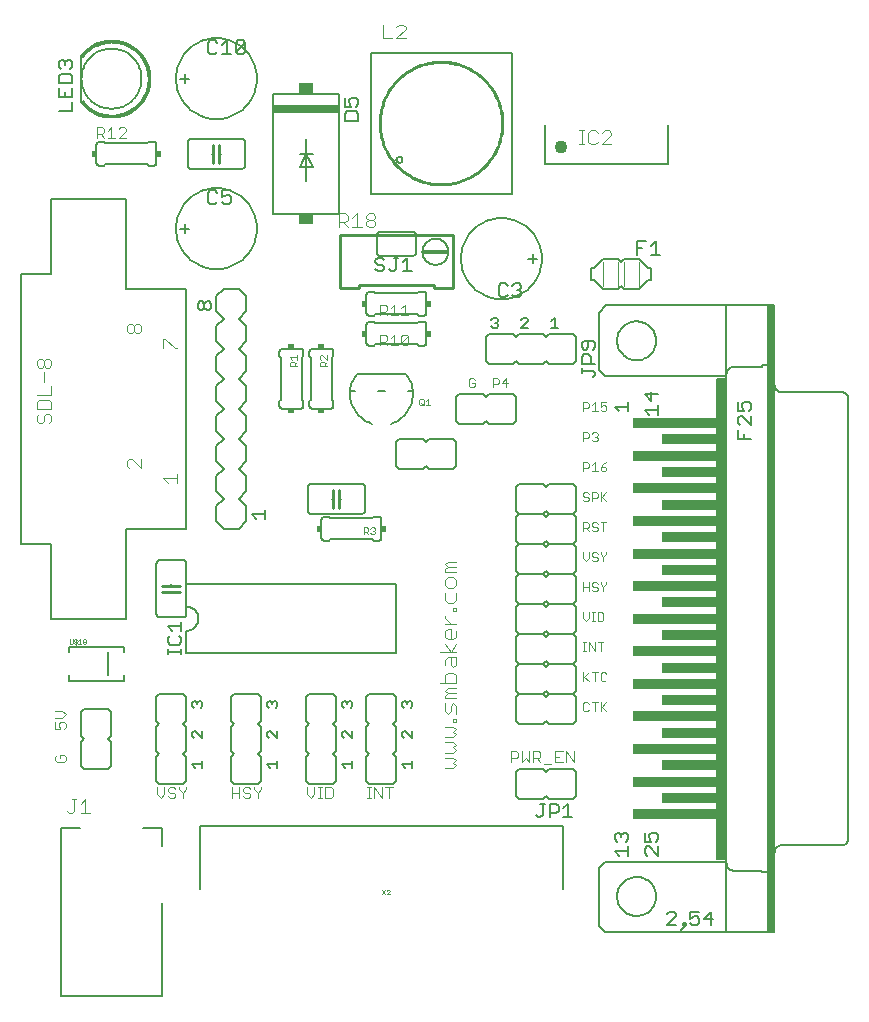
<source format=gto>
G75*
%MOIN*%
%OFA0B0*%
%FSLAX24Y24*%
%IPPOS*%
%LPD*%
%AMOC8*
5,1,8,0,0,1.08239X$1,22.5*
%
%ADD10C,0.0030*%
%ADD11C,0.0040*%
%ADD12C,0.0060*%
%ADD13C,0.0050*%
%ADD14R,0.0300X1.6000*%
%ADD15R,0.0200X2.0900*%
%ADD16R,0.2850X0.0320*%
%ADD17R,0.1850X0.0320*%
%ADD18C,0.0080*%
%ADD19C,0.0020*%
%ADD20C,0.0435*%
%ADD21R,0.2200X0.0300*%
%ADD22R,0.0500X0.0350*%
%ADD23R,0.0150X0.0200*%
%ADD24C,0.0100*%
%ADD25R,0.0827X0.0157*%
%ADD26C,0.0010*%
%ADD27R,0.0200X0.0150*%
D10*
X004763Y008378D02*
X004640Y008502D01*
X004640Y008749D01*
X004887Y008749D02*
X004887Y008502D01*
X004763Y008378D01*
X005008Y008440D02*
X005070Y008378D01*
X005193Y008378D01*
X005255Y008440D01*
X005255Y008502D01*
X005193Y008563D01*
X005070Y008563D01*
X005008Y008625D01*
X005008Y008687D01*
X005070Y008749D01*
X005193Y008749D01*
X005255Y008687D01*
X005377Y008687D02*
X005500Y008563D01*
X005500Y008378D01*
X005500Y008563D02*
X005624Y008687D01*
X005624Y008749D01*
X005377Y008749D02*
X005377Y008687D01*
X007140Y008749D02*
X007140Y008378D01*
X007140Y008563D02*
X007387Y008563D01*
X007508Y008625D02*
X007570Y008563D01*
X007693Y008563D01*
X007755Y008502D01*
X007755Y008440D01*
X007693Y008378D01*
X007570Y008378D01*
X007508Y008440D01*
X007387Y008378D02*
X007387Y008749D01*
X007508Y008687D02*
X007508Y008625D01*
X007508Y008687D02*
X007570Y008749D01*
X007693Y008749D01*
X007755Y008687D01*
X007877Y008687D02*
X008000Y008563D01*
X008000Y008378D01*
X008000Y008563D02*
X008124Y008687D01*
X008124Y008749D01*
X007877Y008749D02*
X007877Y008687D01*
X009640Y008749D02*
X009640Y008502D01*
X009763Y008378D01*
X009887Y008502D01*
X009887Y008749D01*
X010008Y008749D02*
X010132Y008749D01*
X010070Y008749D02*
X010070Y008378D01*
X010008Y008378D02*
X010132Y008378D01*
X010254Y008378D02*
X010439Y008378D01*
X010501Y008440D01*
X010501Y008687D01*
X010439Y008749D01*
X010254Y008749D01*
X010254Y008378D01*
X011640Y008378D02*
X011763Y008378D01*
X011702Y008378D02*
X011702Y008749D01*
X011763Y008749D02*
X011640Y008749D01*
X011886Y008749D02*
X011886Y008378D01*
X012132Y008378D02*
X011886Y008749D01*
X012132Y008749D02*
X012132Y008378D01*
X012377Y008378D02*
X012377Y008749D01*
X012254Y008749D02*
X012501Y008749D01*
X016440Y009578D02*
X016440Y009949D01*
X016625Y009949D01*
X016687Y009887D01*
X016687Y009763D01*
X016625Y009702D01*
X016440Y009702D01*
X016808Y009578D02*
X016932Y009702D01*
X017055Y009578D01*
X017055Y009949D01*
X017177Y009949D02*
X017362Y009949D01*
X017424Y009887D01*
X017424Y009763D01*
X017362Y009702D01*
X017177Y009702D01*
X017300Y009702D02*
X017424Y009578D01*
X017545Y009517D02*
X017792Y009517D01*
X017913Y009578D02*
X017913Y009949D01*
X018160Y009949D01*
X018282Y009949D02*
X018528Y009578D01*
X018528Y009949D01*
X018282Y009949D02*
X018282Y009578D01*
X018160Y009578D02*
X017913Y009578D01*
X017913Y009763D02*
X018037Y009763D01*
X017177Y009578D02*
X017177Y009949D01*
X016808Y009949D02*
X016808Y009578D01*
X018840Y011327D02*
X018888Y011278D01*
X018985Y011278D01*
X019033Y011327D01*
X018840Y011327D02*
X018840Y011520D01*
X018888Y011568D01*
X018985Y011568D01*
X019033Y011520D01*
X019135Y011568D02*
X019328Y011568D01*
X019231Y011568D02*
X019231Y011278D01*
X019429Y011278D02*
X019429Y011568D01*
X019478Y011423D02*
X019623Y011278D01*
X019429Y011375D02*
X019623Y011568D01*
X019574Y012278D02*
X019623Y012327D01*
X019574Y012278D02*
X019478Y012278D01*
X019429Y012327D01*
X019429Y012520D01*
X019478Y012568D01*
X019574Y012568D01*
X019623Y012520D01*
X019328Y012568D02*
X019135Y012568D01*
X019231Y012568D02*
X019231Y012278D01*
X019033Y012278D02*
X018888Y012423D01*
X018840Y012375D02*
X019033Y012568D01*
X018840Y012568D02*
X018840Y012278D01*
X018840Y013278D02*
X018937Y013278D01*
X018888Y013278D02*
X018888Y013568D01*
X018840Y013568D02*
X018937Y013568D01*
X019036Y013568D02*
X019230Y013278D01*
X019230Y013568D01*
X019331Y013568D02*
X019525Y013568D01*
X019428Y013568D02*
X019428Y013278D01*
X019036Y013278D02*
X019036Y013568D01*
X019135Y014278D02*
X019231Y014278D01*
X019183Y014278D02*
X019183Y014568D01*
X019135Y014568D02*
X019231Y014568D01*
X019331Y014568D02*
X019476Y014568D01*
X019525Y014520D01*
X019525Y014327D01*
X019476Y014278D01*
X019331Y014278D01*
X019331Y014568D01*
X019033Y014568D02*
X019033Y014375D01*
X018937Y014278D01*
X018840Y014375D01*
X018840Y014568D01*
X018840Y015278D02*
X018840Y015568D01*
X018840Y015423D02*
X019033Y015423D01*
X019135Y015472D02*
X019183Y015423D01*
X019280Y015423D01*
X019328Y015375D01*
X019328Y015327D01*
X019280Y015278D01*
X019183Y015278D01*
X019135Y015327D01*
X019033Y015278D02*
X019033Y015568D01*
X019135Y015520D02*
X019135Y015472D01*
X019135Y015520D02*
X019183Y015568D01*
X019280Y015568D01*
X019328Y015520D01*
X019429Y015520D02*
X019526Y015423D01*
X019526Y015278D01*
X019526Y015423D02*
X019623Y015520D01*
X019623Y015568D01*
X019429Y015568D02*
X019429Y015520D01*
X019526Y016278D02*
X019526Y016423D01*
X019623Y016520D01*
X019623Y016568D01*
X019526Y016423D02*
X019429Y016520D01*
X019429Y016568D01*
X019328Y016520D02*
X019280Y016568D01*
X019183Y016568D01*
X019135Y016520D01*
X019135Y016472D01*
X019183Y016423D01*
X019280Y016423D01*
X019328Y016375D01*
X019328Y016327D01*
X019280Y016278D01*
X019183Y016278D01*
X019135Y016327D01*
X019033Y016375D02*
X018937Y016278D01*
X018840Y016375D01*
X018840Y016568D01*
X019033Y016568D02*
X019033Y016375D01*
X019033Y017278D02*
X018937Y017375D01*
X018985Y017375D02*
X018840Y017375D01*
X018840Y017278D02*
X018840Y017568D01*
X018985Y017568D01*
X019033Y017520D01*
X019033Y017423D01*
X018985Y017375D01*
X019135Y017327D02*
X019183Y017278D01*
X019280Y017278D01*
X019328Y017327D01*
X019328Y017375D01*
X019280Y017423D01*
X019183Y017423D01*
X019135Y017472D01*
X019135Y017520D01*
X019183Y017568D01*
X019280Y017568D01*
X019328Y017520D01*
X019429Y017568D02*
X019623Y017568D01*
X019526Y017568D02*
X019526Y017278D01*
X019429Y018278D02*
X019429Y018568D01*
X019328Y018520D02*
X019328Y018423D01*
X019280Y018375D01*
X019135Y018375D01*
X019135Y018278D02*
X019135Y018568D01*
X019280Y018568D01*
X019328Y018520D01*
X019429Y018375D02*
X019623Y018568D01*
X019478Y018423D02*
X019623Y018278D01*
X019033Y018327D02*
X018985Y018278D01*
X018888Y018278D01*
X018840Y018327D01*
X018888Y018423D02*
X018985Y018423D01*
X019033Y018375D01*
X019033Y018327D01*
X018888Y018423D02*
X018840Y018472D01*
X018840Y018520D01*
X018888Y018568D01*
X018985Y018568D01*
X019033Y018520D01*
X019135Y019278D02*
X019328Y019278D01*
X019231Y019278D02*
X019231Y019568D01*
X019135Y019472D01*
X019033Y019520D02*
X019033Y019423D01*
X018985Y019375D01*
X018840Y019375D01*
X018840Y019278D02*
X018840Y019568D01*
X018985Y019568D01*
X019033Y019520D01*
X019429Y019423D02*
X019574Y019423D01*
X019623Y019375D01*
X019623Y019327D01*
X019574Y019278D01*
X019478Y019278D01*
X019429Y019327D01*
X019429Y019423D01*
X019526Y019520D01*
X019623Y019568D01*
X019280Y020278D02*
X019183Y020278D01*
X019135Y020327D01*
X019231Y020423D02*
X019280Y020423D01*
X019328Y020375D01*
X019328Y020327D01*
X019280Y020278D01*
X019280Y020423D02*
X019328Y020472D01*
X019328Y020520D01*
X019280Y020568D01*
X019183Y020568D01*
X019135Y020520D01*
X019033Y020520D02*
X019033Y020423D01*
X018985Y020375D01*
X018840Y020375D01*
X018840Y020278D02*
X018840Y020568D01*
X018985Y020568D01*
X019033Y020520D01*
X019135Y021278D02*
X019328Y021278D01*
X019231Y021278D02*
X019231Y021568D01*
X019135Y021472D01*
X019033Y021520D02*
X019033Y021423D01*
X018985Y021375D01*
X018840Y021375D01*
X018840Y021278D02*
X018840Y021568D01*
X018985Y021568D01*
X019033Y021520D01*
X019429Y021568D02*
X019429Y021423D01*
X019526Y021472D01*
X019574Y021472D01*
X019623Y021423D01*
X019623Y021327D01*
X019574Y021278D01*
X019478Y021278D01*
X019429Y021327D01*
X019429Y021568D02*
X019623Y021568D01*
X016328Y022223D02*
X016135Y022223D01*
X016280Y022368D01*
X016280Y022078D01*
X016033Y022223D02*
X015985Y022175D01*
X015840Y022175D01*
X015840Y022078D02*
X015840Y022368D01*
X015985Y022368D01*
X016033Y022320D01*
X016033Y022223D01*
X015233Y022223D02*
X015137Y022223D01*
X015233Y022223D02*
X015233Y022127D01*
X015185Y022078D01*
X015088Y022078D01*
X015040Y022127D01*
X015040Y022320D01*
X015088Y022368D01*
X015185Y022368D01*
X015233Y022320D01*
X001610Y011170D02*
X001487Y011293D01*
X001240Y011293D01*
X001240Y011047D02*
X001487Y011047D01*
X001610Y011170D01*
X001548Y010925D02*
X001610Y010863D01*
X001610Y010740D01*
X001548Y010678D01*
X001425Y010678D02*
X001363Y010802D01*
X001363Y010863D01*
X001425Y010925D01*
X001548Y010925D01*
X001425Y010678D02*
X001240Y010678D01*
X001240Y010925D01*
X001301Y009825D02*
X001240Y009763D01*
X001240Y009640D01*
X001301Y009578D01*
X001548Y009578D01*
X001610Y009640D01*
X001610Y009763D01*
X001548Y009825D01*
X001425Y009825D01*
X001425Y009702D01*
D11*
X001798Y008344D02*
X001952Y008344D01*
X001875Y008344D02*
X001875Y007960D01*
X001798Y007883D01*
X001722Y007883D01*
X001645Y007960D01*
X002105Y007883D02*
X002412Y007883D01*
X002259Y007883D02*
X002259Y008344D01*
X002105Y008190D01*
X004998Y018883D02*
X004845Y019037D01*
X005305Y019037D01*
X005305Y019190D02*
X005305Y018883D01*
X004105Y019383D02*
X003798Y019690D01*
X003721Y019690D01*
X003645Y019613D01*
X003645Y019460D01*
X003721Y019383D01*
X004105Y019383D02*
X004105Y019690D01*
X004845Y023383D02*
X004845Y023690D01*
X004921Y023690D01*
X005228Y023383D01*
X005305Y023383D01*
X004105Y023960D02*
X004028Y023883D01*
X003952Y023883D01*
X003875Y023960D01*
X003875Y024113D01*
X003952Y024190D01*
X004028Y024190D01*
X004105Y024113D01*
X004105Y023960D01*
X003875Y023960D02*
X003798Y023883D01*
X003721Y023883D01*
X003645Y023960D01*
X003645Y024113D01*
X003721Y024190D01*
X003798Y024190D01*
X003875Y024113D01*
X001105Y022955D02*
X001105Y022802D01*
X001028Y022725D01*
X000952Y022725D01*
X000875Y022802D01*
X000875Y022955D01*
X000952Y023032D01*
X001028Y023032D01*
X001105Y022955D01*
X000875Y022955D02*
X000798Y023032D01*
X000721Y023032D01*
X000645Y022955D01*
X000645Y022802D01*
X000721Y022725D01*
X000798Y022725D01*
X000875Y022802D01*
X000875Y022571D02*
X000875Y022264D01*
X001105Y022111D02*
X001105Y021804D01*
X000645Y021804D01*
X000721Y021651D02*
X000645Y021574D01*
X000645Y021344D01*
X001105Y021344D01*
X001105Y021574D01*
X001028Y021651D01*
X000721Y021651D01*
X000721Y021190D02*
X000645Y021113D01*
X000645Y020960D01*
X000721Y020883D01*
X000798Y020883D01*
X000875Y020960D01*
X000875Y021113D01*
X000952Y021190D01*
X001028Y021190D01*
X001105Y021113D01*
X001105Y020960D01*
X001028Y020883D01*
X002645Y030393D02*
X002645Y030744D01*
X002820Y030744D01*
X002879Y030685D01*
X002879Y030568D01*
X002820Y030510D01*
X002645Y030510D01*
X002762Y030510D02*
X002879Y030393D01*
X003004Y030393D02*
X003238Y030393D01*
X003121Y030393D02*
X003121Y030744D01*
X003004Y030627D01*
X003363Y030685D02*
X003422Y030744D01*
X003538Y030744D01*
X003597Y030685D01*
X003597Y030627D01*
X003363Y030393D01*
X003597Y030393D01*
X010696Y027875D02*
X010696Y027415D01*
X010696Y027568D02*
X010926Y027568D01*
X011003Y027645D01*
X011003Y027798D01*
X010926Y027875D01*
X010696Y027875D01*
X010850Y027568D02*
X011003Y027415D01*
X011157Y027415D02*
X011464Y027415D01*
X011310Y027415D02*
X011310Y027875D01*
X011157Y027722D01*
X011617Y027722D02*
X011617Y027798D01*
X011694Y027875D01*
X011847Y027875D01*
X011924Y027798D01*
X011924Y027722D01*
X011847Y027645D01*
X011694Y027645D01*
X011617Y027722D01*
X011694Y027645D02*
X011617Y027568D01*
X011617Y027491D01*
X011694Y027415D01*
X011847Y027415D01*
X011924Y027491D01*
X011924Y027568D01*
X011847Y027645D01*
X012068Y024834D02*
X012243Y024834D01*
X012301Y024775D01*
X012301Y024658D01*
X012243Y024600D01*
X012068Y024600D01*
X012184Y024600D02*
X012301Y024483D01*
X012427Y024483D02*
X012660Y024483D01*
X012544Y024483D02*
X012544Y024834D01*
X012427Y024717D01*
X012786Y024717D02*
X012903Y024834D01*
X012903Y024483D01*
X013019Y024483D02*
X012786Y024483D01*
X012844Y023834D02*
X012961Y023834D01*
X013019Y023775D01*
X012786Y023542D01*
X012844Y023483D01*
X012961Y023483D01*
X013019Y023542D01*
X013019Y023775D01*
X012844Y023834D02*
X012786Y023775D01*
X012786Y023542D01*
X012660Y023483D02*
X012427Y023483D01*
X012544Y023483D02*
X012544Y023834D01*
X012427Y023717D01*
X012301Y023775D02*
X012301Y023658D01*
X012243Y023600D01*
X012068Y023600D01*
X012184Y023600D02*
X012301Y023483D01*
X012068Y023483D02*
X012068Y023834D01*
X012243Y023834D01*
X012301Y023775D01*
X012068Y024483D02*
X012068Y024834D01*
X018717Y030183D02*
X018871Y030183D01*
X018794Y030183D02*
X018794Y030644D01*
X018717Y030644D02*
X018871Y030644D01*
X019024Y030567D02*
X019024Y030260D01*
X019101Y030183D01*
X019254Y030183D01*
X019331Y030260D01*
X019485Y030183D02*
X019792Y030490D01*
X019792Y030567D01*
X019715Y030644D01*
X019561Y030644D01*
X019485Y030567D01*
X019331Y030567D02*
X019254Y030644D01*
X019101Y030644D01*
X019024Y030567D01*
X019485Y030183D02*
X019792Y030183D01*
X012930Y033702D02*
X012623Y033702D01*
X012930Y034009D01*
X012930Y034086D01*
X012853Y034163D01*
X012699Y034163D01*
X012623Y034086D01*
X012469Y033702D02*
X012162Y033702D01*
X012162Y034163D01*
X014345Y016262D02*
X014605Y016262D01*
X014605Y016088D02*
X014345Y016088D01*
X014258Y016175D01*
X014345Y016262D01*
X014345Y016088D02*
X014258Y016001D01*
X014258Y015915D01*
X014605Y015915D01*
X014518Y015746D02*
X014345Y015746D01*
X014258Y015659D01*
X014258Y015486D01*
X014345Y015399D01*
X014518Y015399D01*
X014605Y015486D01*
X014605Y015659D01*
X014518Y015746D01*
X014605Y015230D02*
X014605Y014970D01*
X014518Y014883D01*
X014345Y014883D01*
X014258Y014970D01*
X014258Y015230D01*
X014518Y014712D02*
X014605Y014712D01*
X014605Y014626D01*
X014518Y014626D01*
X014518Y014712D01*
X014258Y014456D02*
X014258Y014369D01*
X014432Y014196D01*
X014432Y014027D02*
X014432Y013680D01*
X014518Y013680D02*
X014345Y013680D01*
X014258Y013767D01*
X014258Y013940D01*
X014345Y014027D01*
X014432Y014027D01*
X014605Y013940D02*
X014605Y013767D01*
X014518Y013680D01*
X014605Y013511D02*
X014432Y013251D01*
X014258Y013511D01*
X014085Y013251D02*
X014605Y013251D01*
X014605Y013082D02*
X014345Y013082D01*
X014258Y012995D01*
X014258Y012822D01*
X014432Y012822D02*
X014432Y013082D01*
X014605Y013082D02*
X014605Y012822D01*
X014518Y012735D01*
X014432Y012822D01*
X014518Y012566D02*
X014345Y012566D01*
X014258Y012479D01*
X014258Y012219D01*
X014085Y012219D02*
X014605Y012219D01*
X014605Y012479D01*
X014518Y012566D01*
X014605Y012051D02*
X014345Y012051D01*
X014258Y011964D01*
X014345Y011877D01*
X014605Y011877D01*
X014605Y011704D02*
X014258Y011704D01*
X014258Y011790D01*
X014345Y011877D01*
X014258Y011535D02*
X014258Y011275D01*
X014345Y011188D01*
X014432Y011275D01*
X014432Y011448D01*
X014518Y011535D01*
X014605Y011448D01*
X014605Y011188D01*
X014605Y011017D02*
X014605Y010930D01*
X014518Y010930D01*
X014518Y011017D01*
X014605Y011017D01*
X014518Y010761D02*
X014258Y010761D01*
X014518Y010761D02*
X014605Y010675D01*
X014518Y010588D01*
X014605Y010501D01*
X014518Y010415D01*
X014258Y010415D01*
X014258Y010246D02*
X014518Y010246D01*
X014605Y010159D01*
X014518Y010072D01*
X014605Y009986D01*
X014518Y009899D01*
X014258Y009899D01*
X014258Y009730D02*
X014518Y009730D01*
X014605Y009643D01*
X014518Y009557D01*
X014605Y009470D01*
X014518Y009383D01*
X014258Y009383D01*
X014258Y014196D02*
X014605Y014196D01*
D12*
X016625Y013963D02*
X016625Y014763D01*
X016725Y014863D01*
X017525Y014863D01*
X017625Y014763D01*
X017725Y014863D01*
X018525Y014863D01*
X018625Y014763D01*
X018625Y013963D01*
X018525Y013863D01*
X017725Y013863D01*
X017625Y013763D01*
X017525Y013863D01*
X016725Y013863D01*
X016625Y013763D01*
X016625Y012963D01*
X016725Y012863D01*
X017525Y012863D01*
X017625Y012963D01*
X017725Y012863D01*
X018525Y012863D01*
X018625Y012963D01*
X018625Y013763D01*
X018525Y013863D01*
X017725Y013863D01*
X017625Y013963D01*
X017525Y013863D01*
X016725Y013863D01*
X016625Y013963D01*
X016725Y014863D02*
X017525Y014863D01*
X017625Y014963D01*
X017725Y014863D01*
X018525Y014863D01*
X018625Y014963D01*
X018625Y015763D01*
X018525Y015863D01*
X017725Y015863D01*
X017625Y015763D01*
X017525Y015863D01*
X016725Y015863D01*
X016625Y015763D01*
X016625Y014963D01*
X016725Y014863D01*
X016725Y015863D02*
X016625Y015963D01*
X016625Y016763D01*
X016725Y016863D01*
X017525Y016863D01*
X017625Y016763D01*
X017725Y016863D01*
X018525Y016863D01*
X018625Y016763D01*
X018625Y015963D01*
X018525Y015863D01*
X017725Y015863D01*
X017625Y015963D01*
X017525Y015863D01*
X016725Y015863D01*
X016725Y016863D02*
X016625Y016963D01*
X016625Y017763D01*
X016725Y017863D01*
X016625Y017963D01*
X016625Y018763D01*
X016725Y018863D01*
X017525Y018863D01*
X017625Y018763D01*
X017725Y018863D01*
X018525Y018863D01*
X018625Y018763D01*
X018625Y017963D01*
X018525Y017863D01*
X017725Y017863D01*
X017625Y017963D01*
X017525Y017863D01*
X016725Y017863D01*
X017525Y017863D01*
X017625Y017763D01*
X017725Y017863D01*
X018525Y017863D01*
X018625Y017763D01*
X018625Y016963D01*
X018525Y016863D01*
X017725Y016863D01*
X017625Y016963D01*
X017525Y016863D01*
X016725Y016863D01*
X014525Y019363D02*
X014625Y019463D01*
X014625Y020263D01*
X014525Y020363D01*
X013725Y020363D01*
X013625Y020263D01*
X013525Y020363D01*
X012725Y020363D01*
X012625Y020263D01*
X012625Y019463D01*
X012725Y019363D01*
X013525Y019363D01*
X013625Y019463D01*
X013725Y019363D01*
X014525Y019363D01*
X014725Y020863D02*
X014625Y020963D01*
X014625Y021763D01*
X014725Y021863D01*
X015525Y021863D01*
X015625Y021763D01*
X015725Y021863D01*
X016525Y021863D01*
X016625Y021763D01*
X016625Y020963D01*
X016525Y020863D01*
X015725Y020863D01*
X015625Y020963D01*
X015525Y020863D01*
X014725Y020863D01*
X013170Y021963D02*
X013012Y021963D01*
X012950Y022513D02*
X011300Y022513D01*
X011238Y021963D02*
X011080Y021963D01*
X010525Y021613D02*
X010475Y021663D01*
X010475Y023063D01*
X010525Y023113D01*
X010525Y023263D01*
X010523Y023280D01*
X010519Y023297D01*
X010512Y023313D01*
X010502Y023327D01*
X010489Y023340D01*
X010475Y023350D01*
X010459Y023357D01*
X010442Y023361D01*
X010425Y023363D01*
X009825Y023363D01*
X009808Y023361D01*
X009791Y023357D01*
X009775Y023350D01*
X009761Y023340D01*
X009748Y023327D01*
X009738Y023313D01*
X009731Y023297D01*
X009727Y023280D01*
X009725Y023263D01*
X009725Y023113D01*
X009775Y023063D01*
X009775Y021663D01*
X009725Y021613D01*
X009725Y021463D01*
X009727Y021446D01*
X009731Y021429D01*
X009738Y021413D01*
X009748Y021399D01*
X009761Y021386D01*
X009775Y021376D01*
X009791Y021369D01*
X009808Y021365D01*
X009825Y021363D01*
X010425Y021363D01*
X010442Y021365D01*
X010459Y021369D01*
X010475Y021376D01*
X010489Y021386D01*
X010502Y021399D01*
X010512Y021413D01*
X010519Y021429D01*
X010523Y021446D01*
X010525Y021463D01*
X010525Y021613D01*
X009525Y021613D02*
X009475Y021663D01*
X009475Y023063D01*
X009525Y023113D01*
X009525Y023263D01*
X009523Y023280D01*
X009519Y023297D01*
X009512Y023313D01*
X009502Y023327D01*
X009489Y023340D01*
X009475Y023350D01*
X009459Y023357D01*
X009442Y023361D01*
X009425Y023363D01*
X008825Y023363D01*
X008808Y023361D01*
X008791Y023357D01*
X008775Y023350D01*
X008761Y023340D01*
X008748Y023327D01*
X008738Y023313D01*
X008731Y023297D01*
X008727Y023280D01*
X008725Y023263D01*
X008725Y023113D01*
X008775Y023063D01*
X008775Y021663D01*
X008725Y021613D01*
X008725Y021463D01*
X008727Y021446D01*
X008731Y021429D01*
X008738Y021413D01*
X008748Y021399D01*
X008761Y021386D01*
X008775Y021376D01*
X008791Y021369D01*
X008808Y021365D01*
X008825Y021363D01*
X009425Y021363D01*
X009442Y021365D01*
X009459Y021369D01*
X009475Y021376D01*
X009489Y021386D01*
X009502Y021399D01*
X009512Y021413D01*
X009519Y021429D01*
X009523Y021446D01*
X009525Y021463D01*
X009525Y021613D01*
X007625Y021613D02*
X007625Y022113D01*
X007375Y022363D01*
X007625Y022613D01*
X007625Y023113D01*
X007375Y023363D01*
X007625Y023613D01*
X007625Y024113D01*
X007375Y024363D01*
X007625Y024613D01*
X007625Y025113D01*
X007375Y025363D01*
X006875Y025363D01*
X006625Y025113D01*
X006625Y024613D01*
X006875Y024363D01*
X006625Y024113D01*
X006625Y023613D01*
X006875Y023363D01*
X006625Y023113D01*
X006625Y022613D01*
X006875Y022363D01*
X006625Y022113D01*
X006625Y021613D01*
X006875Y021363D01*
X006625Y021113D01*
X006625Y020613D01*
X006875Y020363D01*
X006625Y020113D01*
X006625Y019613D01*
X006875Y019363D01*
X006625Y019113D01*
X006625Y018613D01*
X006875Y018363D01*
X006625Y018113D01*
X006625Y017613D01*
X006875Y017363D01*
X007375Y017363D01*
X007625Y017613D01*
X007625Y018113D01*
X007375Y018363D01*
X007625Y018613D01*
X007625Y019113D01*
X007375Y019363D01*
X007625Y019613D01*
X007625Y020113D01*
X007375Y020363D01*
X007625Y020613D01*
X007625Y021113D01*
X007375Y021363D01*
X007625Y021613D01*
X009775Y018863D02*
X011475Y018863D01*
X011492Y018861D01*
X011509Y018857D01*
X011525Y018850D01*
X011539Y018840D01*
X011552Y018827D01*
X011562Y018813D01*
X011569Y018797D01*
X011573Y018780D01*
X011575Y018763D01*
X011575Y017963D01*
X011573Y017946D01*
X011569Y017929D01*
X011562Y017913D01*
X011552Y017899D01*
X011539Y017886D01*
X011525Y017876D01*
X011509Y017869D01*
X011492Y017865D01*
X011475Y017863D01*
X009775Y017863D01*
X009758Y017865D01*
X009741Y017869D01*
X009725Y017876D01*
X009711Y017886D01*
X009698Y017899D01*
X009688Y017913D01*
X009681Y017929D01*
X009677Y017946D01*
X009675Y017963D01*
X009675Y018763D01*
X009677Y018780D01*
X009681Y018797D01*
X009688Y018813D01*
X009698Y018827D01*
X009711Y018840D01*
X009725Y018850D01*
X009741Y018857D01*
X009758Y018861D01*
X009775Y018863D01*
X010475Y018363D02*
X010525Y018363D01*
X010725Y018363D02*
X010775Y018363D01*
X010375Y017763D02*
X010225Y017763D01*
X010208Y017761D01*
X010191Y017757D01*
X010175Y017750D01*
X010161Y017740D01*
X010148Y017727D01*
X010138Y017713D01*
X010131Y017697D01*
X010127Y017680D01*
X010125Y017663D01*
X010125Y017063D01*
X010127Y017046D01*
X010131Y017029D01*
X010138Y017013D01*
X010148Y016999D01*
X010161Y016986D01*
X010175Y016976D01*
X010191Y016969D01*
X010208Y016965D01*
X010225Y016963D01*
X010375Y016963D01*
X010425Y017013D01*
X011825Y017013D01*
X011875Y016963D01*
X012025Y016963D01*
X012042Y016965D01*
X012059Y016969D01*
X012075Y016976D01*
X012089Y016986D01*
X012102Y016999D01*
X012112Y017013D01*
X012119Y017029D01*
X012123Y017046D01*
X012125Y017063D01*
X012125Y017663D01*
X012123Y017680D01*
X012119Y017697D01*
X012112Y017713D01*
X012102Y017727D01*
X012089Y017740D01*
X012075Y017750D01*
X012059Y017757D01*
X012042Y017761D01*
X012025Y017763D01*
X011875Y017763D01*
X011825Y017713D01*
X010425Y017713D01*
X010375Y017763D01*
X012625Y015513D02*
X012625Y013213D01*
X005625Y013213D01*
X005625Y013963D01*
X005664Y013965D01*
X005703Y013971D01*
X005741Y013980D01*
X005778Y013993D01*
X005814Y014010D01*
X005847Y014030D01*
X005879Y014054D01*
X005908Y014080D01*
X005934Y014109D01*
X005958Y014141D01*
X005978Y014174D01*
X005995Y014210D01*
X006008Y014247D01*
X006017Y014285D01*
X006023Y014324D01*
X006025Y014363D01*
X006023Y014402D01*
X006017Y014441D01*
X006008Y014479D01*
X005995Y014516D01*
X005978Y014552D01*
X005958Y014585D01*
X005934Y014617D01*
X005908Y014646D01*
X005879Y014672D01*
X005847Y014696D01*
X005814Y014716D01*
X005778Y014733D01*
X005741Y014746D01*
X005703Y014755D01*
X005664Y014761D01*
X005625Y014763D01*
X005625Y015513D01*
X012625Y015513D01*
X012525Y011863D02*
X011725Y011863D01*
X011625Y011763D01*
X011625Y010963D01*
X011725Y010863D01*
X011625Y010763D01*
X011625Y009963D01*
X011725Y009863D01*
X011625Y009763D01*
X011625Y008963D01*
X011725Y008863D01*
X012525Y008863D01*
X012625Y008963D01*
X012625Y009763D01*
X012525Y009863D01*
X012625Y009963D01*
X012625Y010763D01*
X012525Y010863D01*
X012625Y010963D01*
X012625Y011763D01*
X012525Y011863D01*
X010625Y011763D02*
X010625Y010963D01*
X010525Y010863D01*
X010625Y010763D01*
X010625Y009963D01*
X010525Y009863D01*
X010625Y009763D01*
X010625Y008963D01*
X010525Y008863D01*
X009725Y008863D01*
X009625Y008963D01*
X009625Y009763D01*
X009725Y009863D01*
X009625Y009963D01*
X009625Y010763D01*
X009725Y010863D01*
X009625Y010963D01*
X009625Y011763D01*
X009725Y011863D01*
X010525Y011863D01*
X010625Y011763D01*
X008125Y011763D02*
X008125Y010963D01*
X008025Y010863D01*
X008125Y010763D01*
X008125Y009963D01*
X008025Y009863D01*
X008125Y009763D01*
X008125Y008963D01*
X008025Y008863D01*
X007225Y008863D01*
X007125Y008963D01*
X007125Y009763D01*
X007225Y009863D01*
X007125Y009963D01*
X007125Y010763D01*
X007225Y010863D01*
X007125Y010963D01*
X007125Y011763D01*
X007225Y011863D01*
X008025Y011863D01*
X008125Y011763D01*
X005625Y011763D02*
X005625Y010963D01*
X005525Y010863D01*
X005625Y010763D01*
X005625Y009963D01*
X005525Y009863D01*
X005625Y009763D01*
X005625Y008963D01*
X005525Y008863D01*
X004725Y008863D01*
X004625Y008963D01*
X004625Y009763D01*
X004725Y009863D01*
X004625Y009963D01*
X004625Y010763D01*
X004725Y010863D01*
X004625Y010963D01*
X004625Y011763D01*
X004725Y011863D01*
X005525Y011863D01*
X005625Y011763D01*
X005525Y014413D02*
X004725Y014413D01*
X004708Y014415D01*
X004691Y014419D01*
X004675Y014426D01*
X004661Y014436D01*
X004648Y014449D01*
X004638Y014463D01*
X004631Y014479D01*
X004627Y014496D01*
X004625Y014513D01*
X004625Y016213D01*
X004627Y016230D01*
X004631Y016247D01*
X004638Y016263D01*
X004648Y016277D01*
X004661Y016290D01*
X004675Y016300D01*
X004691Y016307D01*
X004708Y016311D01*
X004725Y016313D01*
X005525Y016313D01*
X005542Y016311D01*
X005559Y016307D01*
X005575Y016300D01*
X005589Y016290D01*
X005602Y016277D01*
X005612Y016263D01*
X005619Y016247D01*
X005623Y016230D01*
X005625Y016213D01*
X005625Y014513D01*
X005623Y014496D01*
X005619Y014479D01*
X005612Y014463D01*
X005602Y014449D01*
X005589Y014436D01*
X005575Y014426D01*
X005559Y014419D01*
X005542Y014415D01*
X005525Y014413D01*
X005125Y015213D02*
X005125Y015263D01*
X005125Y015463D02*
X005125Y015513D01*
X003025Y011363D02*
X002225Y011363D01*
X002125Y011263D01*
X002125Y010463D01*
X002225Y010363D01*
X002125Y010263D01*
X002125Y009463D01*
X002225Y009363D01*
X003025Y009363D01*
X003125Y009463D01*
X003125Y010263D01*
X003025Y010363D01*
X003125Y010463D01*
X003125Y011263D01*
X003025Y011363D01*
X011815Y020860D02*
X011755Y020880D01*
X011696Y020904D01*
X011639Y020932D01*
X011584Y020963D01*
X011530Y020998D01*
X011479Y021035D01*
X011430Y021076D01*
X011384Y021120D01*
X011340Y021166D01*
X011299Y021215D01*
X011261Y021266D01*
X011227Y021319D01*
X011195Y021375D01*
X011168Y021432D01*
X011143Y021491D01*
X011123Y021551D01*
X011105Y021612D01*
X011092Y021674D01*
X011083Y021737D01*
X011077Y021800D01*
X011075Y021864D01*
X011077Y021928D01*
X011083Y021991D01*
X011092Y022054D01*
X011106Y022116D01*
X011123Y022177D01*
X011144Y022237D01*
X011168Y022296D01*
X011196Y022353D01*
X011228Y022409D01*
X011263Y022462D01*
X011300Y022513D01*
X012012Y021963D02*
X012238Y021963D01*
X012950Y022513D02*
X012987Y022462D01*
X013022Y022409D01*
X013054Y022353D01*
X013082Y022296D01*
X013106Y022237D01*
X013127Y022177D01*
X013144Y022116D01*
X013158Y022054D01*
X013167Y021991D01*
X013173Y021928D01*
X013175Y021864D01*
X013173Y021800D01*
X013167Y021737D01*
X013158Y021674D01*
X013145Y021612D01*
X013127Y021551D01*
X013107Y021491D01*
X013082Y021432D01*
X013054Y021375D01*
X013023Y021319D01*
X012989Y021266D01*
X012951Y021215D01*
X012910Y021166D01*
X012866Y021120D01*
X012820Y021076D01*
X012771Y021035D01*
X012720Y020998D01*
X012666Y020963D01*
X012611Y020932D01*
X012554Y020904D01*
X012495Y020880D01*
X012435Y020860D01*
X011875Y023463D02*
X011725Y023463D01*
X011708Y023465D01*
X011691Y023469D01*
X011675Y023476D01*
X011661Y023486D01*
X011648Y023499D01*
X011638Y023513D01*
X011631Y023529D01*
X011627Y023546D01*
X011625Y023563D01*
X011625Y024163D01*
X011627Y024180D01*
X011631Y024197D01*
X011638Y024213D01*
X011648Y024227D01*
X011661Y024240D01*
X011675Y024250D01*
X011691Y024257D01*
X011708Y024261D01*
X011725Y024263D01*
X011875Y024263D01*
X011925Y024213D01*
X013325Y024213D01*
X013375Y024263D01*
X013525Y024263D01*
X013542Y024261D01*
X013559Y024257D01*
X013575Y024250D01*
X013589Y024240D01*
X013602Y024227D01*
X013612Y024213D01*
X013619Y024197D01*
X013623Y024180D01*
X013625Y024163D01*
X013625Y023563D01*
X013623Y023546D01*
X013619Y023529D01*
X013612Y023513D01*
X013602Y023499D01*
X013589Y023486D01*
X013575Y023476D01*
X013559Y023469D01*
X013542Y023465D01*
X013525Y023463D01*
X013375Y023463D01*
X013325Y023513D01*
X011925Y023513D01*
X011875Y023463D01*
X011875Y024463D02*
X011725Y024463D01*
X011708Y024465D01*
X011691Y024469D01*
X011675Y024476D01*
X011661Y024486D01*
X011648Y024499D01*
X011638Y024513D01*
X011631Y024529D01*
X011627Y024546D01*
X011625Y024563D01*
X011625Y025163D01*
X011627Y025180D01*
X011631Y025197D01*
X011638Y025213D01*
X011648Y025227D01*
X011661Y025240D01*
X011675Y025250D01*
X011691Y025257D01*
X011708Y025261D01*
X011725Y025263D01*
X011875Y025263D01*
X011925Y025213D01*
X013325Y025213D01*
X013375Y025263D01*
X013525Y025263D01*
X013542Y025261D01*
X013559Y025257D01*
X013575Y025250D01*
X013589Y025240D01*
X013602Y025227D01*
X013612Y025213D01*
X013619Y025197D01*
X013623Y025180D01*
X013625Y025163D01*
X013625Y024563D01*
X013623Y024546D01*
X013619Y024529D01*
X013612Y024513D01*
X013602Y024499D01*
X013589Y024486D01*
X013575Y024476D01*
X013559Y024469D01*
X013542Y024465D01*
X013525Y024463D01*
X013375Y024463D01*
X013325Y024513D01*
X011925Y024513D01*
X011875Y024463D01*
X012075Y026463D02*
X013175Y026463D01*
X013192Y026465D01*
X013209Y026469D01*
X013225Y026476D01*
X013239Y026486D01*
X013252Y026499D01*
X013262Y026513D01*
X013269Y026529D01*
X013273Y026546D01*
X013275Y026563D01*
X013275Y027163D01*
X013273Y027180D01*
X013269Y027197D01*
X013262Y027213D01*
X013252Y027227D01*
X013239Y027240D01*
X013225Y027250D01*
X013209Y027257D01*
X013192Y027261D01*
X013175Y027263D01*
X012075Y027263D01*
X012058Y027261D01*
X012041Y027257D01*
X012025Y027250D01*
X012011Y027240D01*
X011998Y027227D01*
X011988Y027213D01*
X011981Y027197D01*
X011977Y027180D01*
X011975Y027163D01*
X011975Y026563D01*
X011977Y026546D01*
X011981Y026529D01*
X011988Y026513D01*
X011998Y026499D01*
X012011Y026486D01*
X012025Y026476D01*
X012041Y026469D01*
X012058Y026465D01*
X012075Y026463D01*
X010725Y027863D02*
X010725Y031863D01*
X008525Y031863D01*
X008525Y027863D01*
X010725Y027863D01*
X009625Y028963D02*
X009625Y029863D01*
X009395Y029863D01*
X009625Y029863D02*
X009625Y030363D01*
X009625Y029863D02*
X009395Y029413D01*
X009855Y029413D01*
X009625Y029863D01*
X009855Y029863D01*
X007575Y030263D02*
X007575Y029463D01*
X007573Y029446D01*
X007569Y029429D01*
X007562Y029413D01*
X007552Y029399D01*
X007539Y029386D01*
X007525Y029376D01*
X007509Y029369D01*
X007492Y029365D01*
X007475Y029363D01*
X005775Y029363D01*
X005758Y029365D01*
X005741Y029369D01*
X005725Y029376D01*
X005711Y029386D01*
X005698Y029399D01*
X005688Y029413D01*
X005681Y029429D01*
X005677Y029446D01*
X005675Y029463D01*
X005675Y030263D01*
X005677Y030280D01*
X005681Y030297D01*
X005688Y030313D01*
X005698Y030327D01*
X005711Y030340D01*
X005725Y030350D01*
X005741Y030357D01*
X005758Y030361D01*
X005775Y030363D01*
X007475Y030363D01*
X007492Y030361D01*
X007509Y030357D01*
X007525Y030350D01*
X007539Y030340D01*
X007552Y030327D01*
X007562Y030313D01*
X007569Y030297D01*
X007573Y030280D01*
X007575Y030263D01*
X006775Y029863D02*
X006725Y029863D01*
X006525Y029863D02*
X006475Y029863D01*
X005575Y032213D02*
X005575Y032513D01*
X005425Y032363D02*
X005725Y032363D01*
X005275Y032363D02*
X005277Y032436D01*
X005283Y032509D01*
X005293Y032581D01*
X005307Y032653D01*
X005324Y032724D01*
X005346Y032794D01*
X005371Y032863D01*
X005400Y032930D01*
X005432Y032995D01*
X005468Y033059D01*
X005508Y033121D01*
X005550Y033180D01*
X005596Y033237D01*
X005645Y033291D01*
X005697Y033343D01*
X005751Y033392D01*
X005808Y033438D01*
X005867Y033480D01*
X005929Y033520D01*
X005993Y033556D01*
X006058Y033588D01*
X006125Y033617D01*
X006194Y033642D01*
X006264Y033664D01*
X006335Y033681D01*
X006407Y033695D01*
X006479Y033705D01*
X006552Y033711D01*
X006625Y033713D01*
X006698Y033711D01*
X006771Y033705D01*
X006843Y033695D01*
X006915Y033681D01*
X006986Y033664D01*
X007056Y033642D01*
X007125Y033617D01*
X007192Y033588D01*
X007257Y033556D01*
X007321Y033520D01*
X007383Y033480D01*
X007442Y033438D01*
X007499Y033392D01*
X007553Y033343D01*
X007605Y033291D01*
X007654Y033237D01*
X007700Y033180D01*
X007742Y033121D01*
X007782Y033059D01*
X007818Y032995D01*
X007850Y032930D01*
X007879Y032863D01*
X007904Y032794D01*
X007926Y032724D01*
X007943Y032653D01*
X007957Y032581D01*
X007967Y032509D01*
X007973Y032436D01*
X007975Y032363D01*
X007973Y032290D01*
X007967Y032217D01*
X007957Y032145D01*
X007943Y032073D01*
X007926Y032002D01*
X007904Y031932D01*
X007879Y031863D01*
X007850Y031796D01*
X007818Y031731D01*
X007782Y031667D01*
X007742Y031605D01*
X007700Y031546D01*
X007654Y031489D01*
X007605Y031435D01*
X007553Y031383D01*
X007499Y031334D01*
X007442Y031288D01*
X007383Y031246D01*
X007321Y031206D01*
X007257Y031170D01*
X007192Y031138D01*
X007125Y031109D01*
X007056Y031084D01*
X006986Y031062D01*
X006915Y031045D01*
X006843Y031031D01*
X006771Y031021D01*
X006698Y031015D01*
X006625Y031013D01*
X006552Y031015D01*
X006479Y031021D01*
X006407Y031031D01*
X006335Y031045D01*
X006264Y031062D01*
X006194Y031084D01*
X006125Y031109D01*
X006058Y031138D01*
X005993Y031170D01*
X005929Y031206D01*
X005867Y031246D01*
X005808Y031288D01*
X005751Y031334D01*
X005697Y031383D01*
X005645Y031435D01*
X005596Y031489D01*
X005550Y031546D01*
X005508Y031605D01*
X005468Y031667D01*
X005432Y031731D01*
X005400Y031796D01*
X005371Y031863D01*
X005346Y031932D01*
X005324Y032002D01*
X005307Y032073D01*
X005293Y032145D01*
X005283Y032217D01*
X005277Y032290D01*
X005275Y032363D01*
X004525Y030263D02*
X004375Y030263D01*
X004325Y030213D01*
X002925Y030213D01*
X002875Y030263D01*
X002725Y030263D01*
X002708Y030261D01*
X002691Y030257D01*
X002675Y030250D01*
X002661Y030240D01*
X002648Y030227D01*
X002638Y030213D01*
X002631Y030197D01*
X002627Y030180D01*
X002625Y030163D01*
X002625Y029563D01*
X002627Y029546D01*
X002631Y029529D01*
X002638Y029513D01*
X002648Y029499D01*
X002661Y029486D01*
X002675Y029476D01*
X002691Y029469D01*
X002708Y029465D01*
X002725Y029463D01*
X002875Y029463D01*
X002925Y029513D01*
X004325Y029513D01*
X004375Y029463D01*
X004525Y029463D01*
X004542Y029465D01*
X004559Y029469D01*
X004575Y029476D01*
X004589Y029486D01*
X004602Y029499D01*
X004612Y029513D01*
X004619Y029529D01*
X004623Y029546D01*
X004625Y029563D01*
X004625Y030163D01*
X004623Y030180D01*
X004619Y030197D01*
X004612Y030213D01*
X004602Y030227D01*
X004589Y030240D01*
X004575Y030250D01*
X004559Y030257D01*
X004542Y030261D01*
X004525Y030263D01*
X002125Y032363D02*
X002127Y032426D01*
X002133Y032488D01*
X002143Y032550D01*
X002156Y032612D01*
X002174Y032672D01*
X002195Y032731D01*
X002220Y032789D01*
X002249Y032845D01*
X002281Y032899D01*
X002316Y032951D01*
X002354Y033000D01*
X002396Y033048D01*
X002440Y033092D01*
X002488Y033134D01*
X002537Y033172D01*
X002589Y033207D01*
X002643Y033239D01*
X002699Y033268D01*
X002757Y033293D01*
X002816Y033314D01*
X002876Y033332D01*
X002938Y033345D01*
X003000Y033355D01*
X003062Y033361D01*
X003125Y033363D01*
X003188Y033361D01*
X003250Y033355D01*
X003312Y033345D01*
X003374Y033332D01*
X003434Y033314D01*
X003493Y033293D01*
X003551Y033268D01*
X003607Y033239D01*
X003661Y033207D01*
X003713Y033172D01*
X003762Y033134D01*
X003810Y033092D01*
X003854Y033048D01*
X003896Y033000D01*
X003934Y032951D01*
X003969Y032899D01*
X004001Y032845D01*
X004030Y032789D01*
X004055Y032731D01*
X004076Y032672D01*
X004094Y032612D01*
X004107Y032550D01*
X004117Y032488D01*
X004123Y032426D01*
X004125Y032363D01*
X004123Y032300D01*
X004117Y032238D01*
X004107Y032176D01*
X004094Y032114D01*
X004076Y032054D01*
X004055Y031995D01*
X004030Y031937D01*
X004001Y031881D01*
X003969Y031827D01*
X003934Y031775D01*
X003896Y031726D01*
X003854Y031678D01*
X003810Y031634D01*
X003762Y031592D01*
X003713Y031554D01*
X003661Y031519D01*
X003607Y031487D01*
X003551Y031458D01*
X003493Y031433D01*
X003434Y031412D01*
X003374Y031394D01*
X003312Y031381D01*
X003250Y031371D01*
X003188Y031365D01*
X003125Y031363D01*
X003062Y031365D01*
X003000Y031371D01*
X002938Y031381D01*
X002876Y031394D01*
X002816Y031412D01*
X002757Y031433D01*
X002699Y031458D01*
X002643Y031487D01*
X002589Y031519D01*
X002537Y031554D01*
X002488Y031592D01*
X002440Y031634D01*
X002396Y031678D01*
X002354Y031726D01*
X002316Y031775D01*
X002281Y031827D01*
X002249Y031881D01*
X002220Y031937D01*
X002195Y031995D01*
X002174Y032054D01*
X002156Y032114D01*
X002143Y032176D01*
X002133Y032238D01*
X002127Y032300D01*
X002125Y032363D01*
X005575Y027513D02*
X005575Y027213D01*
X005425Y027363D02*
X005725Y027363D01*
X005275Y027363D02*
X005277Y027436D01*
X005283Y027509D01*
X005293Y027581D01*
X005307Y027653D01*
X005324Y027724D01*
X005346Y027794D01*
X005371Y027863D01*
X005400Y027930D01*
X005432Y027995D01*
X005468Y028059D01*
X005508Y028121D01*
X005550Y028180D01*
X005596Y028237D01*
X005645Y028291D01*
X005697Y028343D01*
X005751Y028392D01*
X005808Y028438D01*
X005867Y028480D01*
X005929Y028520D01*
X005993Y028556D01*
X006058Y028588D01*
X006125Y028617D01*
X006194Y028642D01*
X006264Y028664D01*
X006335Y028681D01*
X006407Y028695D01*
X006479Y028705D01*
X006552Y028711D01*
X006625Y028713D01*
X006698Y028711D01*
X006771Y028705D01*
X006843Y028695D01*
X006915Y028681D01*
X006986Y028664D01*
X007056Y028642D01*
X007125Y028617D01*
X007192Y028588D01*
X007257Y028556D01*
X007321Y028520D01*
X007383Y028480D01*
X007442Y028438D01*
X007499Y028392D01*
X007553Y028343D01*
X007605Y028291D01*
X007654Y028237D01*
X007700Y028180D01*
X007742Y028121D01*
X007782Y028059D01*
X007818Y027995D01*
X007850Y027930D01*
X007879Y027863D01*
X007904Y027794D01*
X007926Y027724D01*
X007943Y027653D01*
X007957Y027581D01*
X007967Y027509D01*
X007973Y027436D01*
X007975Y027363D01*
X007973Y027290D01*
X007967Y027217D01*
X007957Y027145D01*
X007943Y027073D01*
X007926Y027002D01*
X007904Y026932D01*
X007879Y026863D01*
X007850Y026796D01*
X007818Y026731D01*
X007782Y026667D01*
X007742Y026605D01*
X007700Y026546D01*
X007654Y026489D01*
X007605Y026435D01*
X007553Y026383D01*
X007499Y026334D01*
X007442Y026288D01*
X007383Y026246D01*
X007321Y026206D01*
X007257Y026170D01*
X007192Y026138D01*
X007125Y026109D01*
X007056Y026084D01*
X006986Y026062D01*
X006915Y026045D01*
X006843Y026031D01*
X006771Y026021D01*
X006698Y026015D01*
X006625Y026013D01*
X006552Y026015D01*
X006479Y026021D01*
X006407Y026031D01*
X006335Y026045D01*
X006264Y026062D01*
X006194Y026084D01*
X006125Y026109D01*
X006058Y026138D01*
X005993Y026170D01*
X005929Y026206D01*
X005867Y026246D01*
X005808Y026288D01*
X005751Y026334D01*
X005697Y026383D01*
X005645Y026435D01*
X005596Y026489D01*
X005550Y026546D01*
X005508Y026605D01*
X005468Y026667D01*
X005432Y026731D01*
X005400Y026796D01*
X005371Y026863D01*
X005346Y026932D01*
X005324Y027002D01*
X005307Y027073D01*
X005293Y027145D01*
X005283Y027217D01*
X005277Y027290D01*
X005275Y027363D01*
X013491Y026592D02*
X013493Y026633D01*
X013499Y026674D01*
X013509Y026714D01*
X013522Y026753D01*
X013539Y026790D01*
X013560Y026826D01*
X013584Y026860D01*
X013611Y026891D01*
X013640Y026919D01*
X013673Y026945D01*
X013707Y026967D01*
X013744Y026986D01*
X013782Y027001D01*
X013822Y027013D01*
X013862Y027021D01*
X013903Y027025D01*
X013945Y027025D01*
X013986Y027021D01*
X014026Y027013D01*
X014066Y027001D01*
X014104Y026986D01*
X014140Y026967D01*
X014175Y026945D01*
X014208Y026919D01*
X014237Y026891D01*
X014264Y026860D01*
X014288Y026826D01*
X014309Y026790D01*
X014326Y026753D01*
X014339Y026714D01*
X014349Y026674D01*
X014355Y026633D01*
X014357Y026592D01*
X014355Y026551D01*
X014349Y026510D01*
X014339Y026470D01*
X014326Y026431D01*
X014309Y026394D01*
X014288Y026358D01*
X014264Y026324D01*
X014237Y026293D01*
X014208Y026265D01*
X014175Y026239D01*
X014141Y026217D01*
X014104Y026198D01*
X014066Y026183D01*
X014026Y026171D01*
X013986Y026163D01*
X013945Y026159D01*
X013903Y026159D01*
X013862Y026163D01*
X013822Y026171D01*
X013782Y026183D01*
X013744Y026198D01*
X013708Y026217D01*
X013673Y026239D01*
X013640Y026265D01*
X013611Y026293D01*
X013584Y026324D01*
X013560Y026358D01*
X013539Y026394D01*
X013522Y026431D01*
X013509Y026470D01*
X013499Y026510D01*
X013493Y026551D01*
X013491Y026592D01*
X015725Y023863D02*
X015625Y023763D01*
X015625Y022963D01*
X015725Y022863D01*
X016525Y022863D01*
X016625Y022963D01*
X016725Y022863D01*
X017525Y022863D01*
X017625Y022963D01*
X017725Y022863D01*
X018525Y022863D01*
X018625Y022963D01*
X018625Y023763D01*
X018525Y023863D01*
X017725Y023863D01*
X017625Y023763D01*
X017525Y023863D01*
X016725Y023863D01*
X016625Y023763D01*
X016525Y023863D01*
X015725Y023863D01*
X017175Y026213D02*
X017175Y026513D01*
X017325Y026363D02*
X017025Y026363D01*
X014775Y026363D02*
X014777Y026436D01*
X014783Y026509D01*
X014793Y026581D01*
X014807Y026653D01*
X014824Y026724D01*
X014846Y026794D01*
X014871Y026863D01*
X014900Y026930D01*
X014932Y026995D01*
X014968Y027059D01*
X015008Y027121D01*
X015050Y027180D01*
X015096Y027237D01*
X015145Y027291D01*
X015197Y027343D01*
X015251Y027392D01*
X015308Y027438D01*
X015367Y027480D01*
X015429Y027520D01*
X015493Y027556D01*
X015558Y027588D01*
X015625Y027617D01*
X015694Y027642D01*
X015764Y027664D01*
X015835Y027681D01*
X015907Y027695D01*
X015979Y027705D01*
X016052Y027711D01*
X016125Y027713D01*
X016198Y027711D01*
X016271Y027705D01*
X016343Y027695D01*
X016415Y027681D01*
X016486Y027664D01*
X016556Y027642D01*
X016625Y027617D01*
X016692Y027588D01*
X016757Y027556D01*
X016821Y027520D01*
X016883Y027480D01*
X016942Y027438D01*
X016999Y027392D01*
X017053Y027343D01*
X017105Y027291D01*
X017154Y027237D01*
X017200Y027180D01*
X017242Y027121D01*
X017282Y027059D01*
X017318Y026995D01*
X017350Y026930D01*
X017379Y026863D01*
X017404Y026794D01*
X017426Y026724D01*
X017443Y026653D01*
X017457Y026581D01*
X017467Y026509D01*
X017473Y026436D01*
X017475Y026363D01*
X017473Y026290D01*
X017467Y026217D01*
X017457Y026145D01*
X017443Y026073D01*
X017426Y026002D01*
X017404Y025932D01*
X017379Y025863D01*
X017350Y025796D01*
X017318Y025731D01*
X017282Y025667D01*
X017242Y025605D01*
X017200Y025546D01*
X017154Y025489D01*
X017105Y025435D01*
X017053Y025383D01*
X016999Y025334D01*
X016942Y025288D01*
X016883Y025246D01*
X016821Y025206D01*
X016757Y025170D01*
X016692Y025138D01*
X016625Y025109D01*
X016556Y025084D01*
X016486Y025062D01*
X016415Y025045D01*
X016343Y025031D01*
X016271Y025021D01*
X016198Y025015D01*
X016125Y025013D01*
X016052Y025015D01*
X015979Y025021D01*
X015907Y025031D01*
X015835Y025045D01*
X015764Y025062D01*
X015694Y025084D01*
X015625Y025109D01*
X015558Y025138D01*
X015493Y025170D01*
X015429Y025206D01*
X015367Y025246D01*
X015308Y025288D01*
X015251Y025334D01*
X015197Y025383D01*
X015145Y025435D01*
X015096Y025489D01*
X015050Y025546D01*
X015008Y025605D01*
X014968Y025667D01*
X014932Y025731D01*
X014900Y025796D01*
X014871Y025863D01*
X014846Y025932D01*
X014824Y026002D01*
X014807Y026073D01*
X014793Y026145D01*
X014783Y026217D01*
X014777Y026290D01*
X014775Y026363D01*
X019125Y026063D02*
X019125Y025663D01*
X019225Y025663D01*
X019525Y025363D01*
X020025Y025363D01*
X020125Y025463D01*
X020225Y025363D01*
X020725Y025363D01*
X021025Y025663D01*
X021125Y025663D01*
X021125Y026063D01*
X021025Y026063D01*
X020725Y026363D01*
X020225Y026363D01*
X020125Y026263D01*
X020025Y026363D01*
X019525Y026363D01*
X019225Y026063D01*
X019125Y026063D01*
X019625Y024813D02*
X019375Y024563D01*
X019375Y022663D01*
X019575Y022463D01*
X023625Y022463D01*
X023625Y022363D01*
X023625Y006363D01*
X023625Y006263D01*
X019575Y006263D01*
X019375Y006063D01*
X019375Y004113D01*
X019575Y003913D01*
X023575Y003913D01*
X023625Y003913D01*
X023625Y005913D01*
X023625Y006263D01*
X023625Y006363D02*
X023325Y006363D01*
X023325Y022363D01*
X023625Y022363D01*
X023625Y022463D02*
X023625Y022813D01*
X023625Y024813D01*
X023575Y024813D01*
X019625Y024813D01*
X019975Y023623D02*
X019977Y023673D01*
X019983Y023723D01*
X019993Y023773D01*
X020006Y023821D01*
X020023Y023869D01*
X020044Y023915D01*
X020068Y023959D01*
X020096Y024001D01*
X020127Y024041D01*
X020161Y024078D01*
X020198Y024113D01*
X020237Y024144D01*
X020278Y024173D01*
X020322Y024198D01*
X020368Y024220D01*
X020415Y024238D01*
X020463Y024252D01*
X020512Y024263D01*
X020562Y024270D01*
X020612Y024273D01*
X020663Y024272D01*
X020713Y024267D01*
X020763Y024258D01*
X020811Y024246D01*
X020859Y024229D01*
X020905Y024209D01*
X020950Y024186D01*
X020993Y024159D01*
X021033Y024129D01*
X021071Y024096D01*
X021106Y024060D01*
X021139Y024021D01*
X021168Y023980D01*
X021194Y023937D01*
X021217Y023892D01*
X021236Y023845D01*
X021251Y023797D01*
X021263Y023748D01*
X021271Y023698D01*
X021275Y023648D01*
X021275Y023598D01*
X021271Y023548D01*
X021263Y023498D01*
X021251Y023449D01*
X021236Y023401D01*
X021217Y023354D01*
X021194Y023309D01*
X021168Y023266D01*
X021139Y023225D01*
X021106Y023186D01*
X021071Y023150D01*
X021033Y023117D01*
X020993Y023087D01*
X020950Y023060D01*
X020905Y023037D01*
X020859Y023017D01*
X020811Y023000D01*
X020763Y022988D01*
X020713Y022979D01*
X020663Y022974D01*
X020612Y022973D01*
X020562Y022976D01*
X020512Y022983D01*
X020463Y022994D01*
X020415Y023008D01*
X020368Y023026D01*
X020322Y023048D01*
X020278Y023073D01*
X020237Y023102D01*
X020198Y023133D01*
X020161Y023168D01*
X020127Y023205D01*
X020096Y023245D01*
X020068Y023287D01*
X020044Y023331D01*
X020023Y023377D01*
X020006Y023425D01*
X019993Y023473D01*
X019983Y023523D01*
X019977Y023573D01*
X019975Y023623D01*
X023625Y024813D02*
X024825Y024813D01*
X025025Y024813D01*
X025025Y023813D01*
X025025Y022813D01*
X025025Y005913D01*
X024825Y005913D01*
X024825Y005963D01*
X023875Y005963D01*
X023845Y005965D01*
X023815Y005970D01*
X023786Y005979D01*
X023759Y005992D01*
X023733Y006007D01*
X023709Y006026D01*
X023688Y006047D01*
X023669Y006071D01*
X023654Y006097D01*
X023641Y006124D01*
X023632Y006153D01*
X023627Y006183D01*
X023625Y006213D01*
X025025Y005913D02*
X025025Y004913D01*
X025025Y003913D01*
X024825Y003913D01*
X023625Y003913D01*
X025025Y003913D02*
X025225Y003913D01*
X025225Y006963D01*
X025225Y021763D01*
X025225Y024813D01*
X025025Y024813D01*
X025025Y022813D02*
X024825Y022813D01*
X024825Y022763D01*
X023875Y022763D01*
X023845Y022761D01*
X023815Y022756D01*
X023786Y022747D01*
X023759Y022734D01*
X023733Y022719D01*
X023709Y022700D01*
X023688Y022679D01*
X023669Y022655D01*
X023654Y022629D01*
X023641Y022602D01*
X023632Y022573D01*
X023627Y022543D01*
X023625Y022513D01*
X025225Y022163D02*
X025227Y022133D01*
X025232Y022103D01*
X025241Y022074D01*
X025254Y022047D01*
X025269Y022021D01*
X025288Y021997D01*
X025309Y021976D01*
X025333Y021957D01*
X025359Y021942D01*
X025386Y021929D01*
X025415Y021920D01*
X025445Y021915D01*
X025475Y021913D01*
X027475Y021913D01*
X027501Y021911D01*
X027527Y021906D01*
X027552Y021898D01*
X027575Y021886D01*
X027597Y021872D01*
X027616Y021854D01*
X027634Y021835D01*
X027648Y021813D01*
X027660Y021790D01*
X027668Y021765D01*
X027673Y021739D01*
X027675Y021713D01*
X027675Y021613D01*
X027675Y007113D01*
X027675Y007013D01*
X027673Y006987D01*
X027668Y006961D01*
X027660Y006936D01*
X027648Y006913D01*
X027634Y006891D01*
X027616Y006872D01*
X027597Y006854D01*
X027575Y006840D01*
X027552Y006828D01*
X027527Y006820D01*
X027501Y006815D01*
X027475Y006813D01*
X025475Y006813D01*
X025445Y006811D01*
X025415Y006806D01*
X025386Y006797D01*
X025359Y006784D01*
X025333Y006769D01*
X025309Y006750D01*
X025288Y006729D01*
X025269Y006705D01*
X025254Y006679D01*
X025241Y006652D01*
X025232Y006623D01*
X025227Y006593D01*
X025225Y006563D01*
X019975Y005103D02*
X019977Y005153D01*
X019983Y005203D01*
X019993Y005253D01*
X020006Y005301D01*
X020023Y005349D01*
X020044Y005395D01*
X020068Y005439D01*
X020096Y005481D01*
X020127Y005521D01*
X020161Y005558D01*
X020198Y005593D01*
X020237Y005624D01*
X020278Y005653D01*
X020322Y005678D01*
X020368Y005700D01*
X020415Y005718D01*
X020463Y005732D01*
X020512Y005743D01*
X020562Y005750D01*
X020612Y005753D01*
X020663Y005752D01*
X020713Y005747D01*
X020763Y005738D01*
X020811Y005726D01*
X020859Y005709D01*
X020905Y005689D01*
X020950Y005666D01*
X020993Y005639D01*
X021033Y005609D01*
X021071Y005576D01*
X021106Y005540D01*
X021139Y005501D01*
X021168Y005460D01*
X021194Y005417D01*
X021217Y005372D01*
X021236Y005325D01*
X021251Y005277D01*
X021263Y005228D01*
X021271Y005178D01*
X021275Y005128D01*
X021275Y005078D01*
X021271Y005028D01*
X021263Y004978D01*
X021251Y004929D01*
X021236Y004881D01*
X021217Y004834D01*
X021194Y004789D01*
X021168Y004746D01*
X021139Y004705D01*
X021106Y004666D01*
X021071Y004630D01*
X021033Y004597D01*
X020993Y004567D01*
X020950Y004540D01*
X020905Y004517D01*
X020859Y004497D01*
X020811Y004480D01*
X020763Y004468D01*
X020713Y004459D01*
X020663Y004454D01*
X020612Y004453D01*
X020562Y004456D01*
X020512Y004463D01*
X020463Y004474D01*
X020415Y004488D01*
X020368Y004506D01*
X020322Y004528D01*
X020278Y004553D01*
X020237Y004582D01*
X020198Y004613D01*
X020161Y004648D01*
X020127Y004685D01*
X020096Y004725D01*
X020068Y004767D01*
X020044Y004811D01*
X020023Y004857D01*
X020006Y004905D01*
X019993Y004953D01*
X019983Y005003D01*
X019977Y005053D01*
X019975Y005103D01*
X018525Y008363D02*
X017725Y008363D01*
X017625Y008463D01*
X017525Y008363D01*
X016725Y008363D01*
X016625Y008463D01*
X016625Y009263D01*
X016725Y009363D01*
X017525Y009363D01*
X017625Y009263D01*
X017725Y009363D01*
X018525Y009363D01*
X018625Y009263D01*
X018625Y008463D01*
X018525Y008363D01*
X018525Y010863D02*
X017725Y010863D01*
X017625Y010963D01*
X017525Y010863D01*
X016725Y010863D01*
X016625Y010963D01*
X016625Y011763D01*
X016725Y011863D01*
X017525Y011863D01*
X017625Y011763D01*
X017725Y011863D01*
X018525Y011863D01*
X018625Y011763D01*
X018625Y010963D01*
X018525Y010863D01*
X018525Y011863D02*
X017725Y011863D01*
X017625Y011963D01*
X017525Y011863D01*
X016725Y011863D01*
X016625Y011963D01*
X016625Y012763D01*
X016725Y012863D01*
X017525Y012863D01*
X017625Y012763D01*
X017725Y012863D01*
X018525Y012863D01*
X018625Y012763D01*
X018625Y011963D01*
X018525Y011863D01*
D13*
X018340Y008189D02*
X018340Y007738D01*
X018190Y007738D02*
X018490Y007738D01*
X018190Y008038D02*
X018340Y008189D01*
X018029Y008114D02*
X018029Y007963D01*
X017954Y007888D01*
X017729Y007888D01*
X017729Y007738D02*
X017729Y008189D01*
X017954Y008189D01*
X018029Y008114D01*
X017569Y008189D02*
X017419Y008189D01*
X017494Y008189D02*
X017494Y007813D01*
X017419Y007738D01*
X017344Y007738D01*
X017269Y007813D01*
X019900Y007153D02*
X019900Y007003D01*
X019975Y006928D01*
X020125Y007078D02*
X020125Y007153D01*
X020200Y007228D01*
X020275Y007228D01*
X020350Y007153D01*
X020350Y007003D01*
X020275Y006928D01*
X020350Y006768D02*
X020350Y006467D01*
X020350Y006618D02*
X019900Y006618D01*
X020050Y006467D01*
X020125Y007153D02*
X020050Y007228D01*
X019975Y007228D01*
X019900Y007153D01*
X020900Y007228D02*
X020900Y006928D01*
X021125Y006928D01*
X021050Y007078D01*
X021050Y007153D01*
X021125Y007228D01*
X021275Y007228D01*
X021350Y007153D01*
X021350Y007003D01*
X021275Y006928D01*
X021350Y006768D02*
X021350Y006467D01*
X021050Y006768D01*
X020975Y006768D01*
X020900Y006693D01*
X020900Y006543D01*
X020975Y006467D01*
X021725Y004589D02*
X021650Y004514D01*
X021725Y004589D02*
X021875Y004589D01*
X021950Y004514D01*
X021950Y004438D01*
X021650Y004138D01*
X021950Y004138D01*
X022110Y003988D02*
X022261Y004138D01*
X022185Y004138D01*
X022185Y004213D01*
X022261Y004213D01*
X022261Y004138D01*
X022417Y004213D02*
X022492Y004138D01*
X022643Y004138D01*
X022718Y004213D01*
X022718Y004363D01*
X022643Y004438D01*
X022567Y004438D01*
X022417Y004363D01*
X022417Y004589D01*
X022718Y004589D01*
X022878Y004363D02*
X023178Y004363D01*
X023103Y004138D02*
X023103Y004589D01*
X022878Y004363D01*
X013150Y009388D02*
X013150Y009615D01*
X013150Y009502D02*
X012810Y009502D01*
X012923Y009388D01*
X012866Y010388D02*
X012810Y010445D01*
X012810Y010558D01*
X012866Y010615D01*
X012923Y010615D01*
X013150Y010388D01*
X013150Y010615D01*
X013093Y011388D02*
X013150Y011445D01*
X013150Y011558D01*
X013093Y011615D01*
X013037Y011615D01*
X012980Y011558D01*
X012980Y011502D01*
X012980Y011558D02*
X012923Y011615D01*
X012866Y011615D01*
X012810Y011558D01*
X012810Y011445D01*
X012866Y011388D01*
X011150Y011445D02*
X011093Y011388D01*
X011150Y011445D02*
X011150Y011558D01*
X011093Y011615D01*
X011037Y011615D01*
X010980Y011558D01*
X010980Y011502D01*
X010980Y011558D02*
X010923Y011615D01*
X010866Y011615D01*
X010810Y011558D01*
X010810Y011445D01*
X010866Y011388D01*
X010866Y010615D02*
X010810Y010558D01*
X010810Y010445D01*
X010866Y010388D01*
X010866Y010615D02*
X010923Y010615D01*
X011150Y010388D01*
X011150Y010615D01*
X011150Y009615D02*
X011150Y009388D01*
X011150Y009502D02*
X010810Y009502D01*
X010923Y009388D01*
X008650Y009388D02*
X008650Y009615D01*
X008650Y009502D02*
X008310Y009502D01*
X008423Y009388D01*
X008366Y010388D02*
X008310Y010445D01*
X008310Y010558D01*
X008366Y010615D01*
X008423Y010615D01*
X008650Y010388D01*
X008650Y010615D01*
X008593Y011388D02*
X008650Y011445D01*
X008650Y011558D01*
X008593Y011615D01*
X008537Y011615D01*
X008480Y011558D01*
X008480Y011502D01*
X008480Y011558D02*
X008423Y011615D01*
X008366Y011615D01*
X008310Y011558D01*
X008310Y011445D01*
X008366Y011388D01*
X006150Y011445D02*
X006093Y011388D01*
X006150Y011445D02*
X006150Y011558D01*
X006093Y011615D01*
X006037Y011615D01*
X005980Y011558D01*
X005980Y011502D01*
X005980Y011558D02*
X005923Y011615D01*
X005866Y011615D01*
X005810Y011558D01*
X005810Y011445D01*
X005866Y011388D01*
X005866Y010615D02*
X005810Y010558D01*
X005810Y010445D01*
X005866Y010388D01*
X005866Y010615D02*
X005923Y010615D01*
X006150Y010388D01*
X006150Y010615D01*
X006150Y009615D02*
X006150Y009388D01*
X006150Y009502D02*
X005810Y009502D01*
X005923Y009388D01*
X005450Y013188D02*
X005450Y013338D01*
X005450Y013263D02*
X005000Y013263D01*
X005000Y013188D02*
X005000Y013338D01*
X005075Y013495D02*
X005000Y013570D01*
X005000Y013720D01*
X005075Y013795D01*
X005150Y013956D02*
X005000Y014106D01*
X005450Y014106D01*
X005450Y013956D02*
X005450Y014256D01*
X005375Y013795D02*
X005450Y013720D01*
X005450Y013570D01*
X005375Y013495D01*
X005075Y013495D01*
X003625Y014363D02*
X003625Y017363D01*
X005625Y017363D01*
X005625Y025363D01*
X003625Y025363D01*
X003625Y028363D01*
X001125Y028363D01*
X001125Y025863D01*
X000125Y025863D01*
X000125Y016863D01*
X001125Y016863D01*
X001125Y014363D01*
X003625Y014363D01*
X007800Y017838D02*
X007950Y017688D01*
X007800Y017838D02*
X008250Y017838D01*
X008250Y017688D02*
X008250Y017988D01*
X006375Y024638D02*
X006300Y024638D01*
X006225Y024713D01*
X006225Y024863D01*
X006300Y024938D01*
X006375Y024938D01*
X006450Y024863D01*
X006450Y024713D01*
X006375Y024638D01*
X006225Y024713D02*
X006150Y024638D01*
X006075Y024638D01*
X006000Y024713D01*
X006000Y024863D01*
X006075Y024938D01*
X006150Y024938D01*
X006225Y024863D01*
X006425Y028188D02*
X006350Y028263D01*
X006350Y028564D01*
X006425Y028639D01*
X006575Y028639D01*
X006650Y028564D01*
X006810Y028639D02*
X006810Y028413D01*
X006961Y028488D01*
X007036Y028488D01*
X007111Y028413D01*
X007111Y028263D01*
X007036Y028188D01*
X006885Y028188D01*
X006810Y028263D01*
X006650Y028263D02*
X006575Y028188D01*
X006425Y028188D01*
X006810Y028639D02*
X007111Y028639D01*
X007111Y033188D02*
X006810Y033188D01*
X006961Y033188D02*
X006961Y033639D01*
X006810Y033488D01*
X006650Y033564D02*
X006575Y033639D01*
X006425Y033639D01*
X006350Y033564D01*
X006350Y033263D01*
X006425Y033188D01*
X006575Y033188D01*
X006650Y033263D01*
X007271Y033263D02*
X007571Y033564D01*
X007571Y033263D01*
X007496Y033188D01*
X007346Y033188D01*
X007271Y033263D01*
X007271Y033564D01*
X007346Y033639D01*
X007496Y033639D01*
X007571Y033564D01*
X010900Y031728D02*
X010900Y031428D01*
X011125Y031428D01*
X011050Y031578D01*
X011050Y031653D01*
X011125Y031728D01*
X011275Y031728D01*
X011350Y031653D01*
X011350Y031503D01*
X011275Y031428D01*
X011275Y031268D02*
X010975Y031268D01*
X010900Y031193D01*
X010900Y030967D01*
X011350Y030967D01*
X011350Y031193D01*
X011275Y031268D01*
X012625Y029663D02*
X012627Y029683D01*
X012633Y029701D01*
X012642Y029719D01*
X012654Y029734D01*
X012669Y029746D01*
X012687Y029755D01*
X012705Y029761D01*
X012725Y029763D01*
X012745Y029761D01*
X012763Y029755D01*
X012781Y029746D01*
X012796Y029734D01*
X012808Y029719D01*
X012817Y029701D01*
X012823Y029683D01*
X012825Y029663D01*
X012823Y029643D01*
X012817Y029625D01*
X012808Y029607D01*
X012796Y029592D01*
X012781Y029580D01*
X012763Y029571D01*
X012745Y029565D01*
X012725Y029563D01*
X012705Y029565D01*
X012687Y029571D01*
X012669Y029580D01*
X012654Y029592D01*
X012642Y029607D01*
X012633Y029625D01*
X012627Y029643D01*
X012625Y029663D01*
X011765Y028503D02*
X016485Y028503D01*
X016485Y033223D01*
X011765Y033223D01*
X011765Y028503D01*
X011994Y026389D02*
X011919Y026314D01*
X011919Y026238D01*
X011994Y026163D01*
X012144Y026163D01*
X012219Y026088D01*
X012219Y026013D01*
X012144Y025938D01*
X011994Y025938D01*
X011919Y026013D01*
X011994Y026389D02*
X012144Y026389D01*
X012219Y026314D01*
X012379Y026013D02*
X012454Y025938D01*
X012529Y025938D01*
X012604Y026013D01*
X012604Y026389D01*
X012529Y026389D02*
X012679Y026389D01*
X012840Y026238D02*
X012990Y026389D01*
X012990Y025938D01*
X012840Y025938D02*
X013140Y025938D01*
X015791Y024332D02*
X015848Y024389D01*
X015961Y024389D01*
X016018Y024332D01*
X016018Y024275D01*
X015961Y024218D01*
X016018Y024162D01*
X016018Y024105D01*
X015961Y024048D01*
X015848Y024048D01*
X015791Y024105D01*
X015904Y024218D02*
X015961Y024218D01*
X016104Y025088D02*
X016254Y025088D01*
X016329Y025163D01*
X016490Y025163D02*
X016565Y025088D01*
X016715Y025088D01*
X016790Y025163D01*
X016790Y025238D01*
X016715Y025313D01*
X016640Y025313D01*
X016715Y025313D02*
X016790Y025388D01*
X016790Y025464D01*
X016715Y025539D01*
X016565Y025539D01*
X016490Y025464D01*
X016329Y025464D02*
X016254Y025539D01*
X016104Y025539D01*
X016029Y025464D01*
X016029Y025163D01*
X016104Y025088D01*
X016848Y024389D02*
X016791Y024332D01*
X016848Y024389D02*
X016961Y024389D01*
X017018Y024332D01*
X017018Y024275D01*
X016791Y024048D01*
X017018Y024048D01*
X017791Y024048D02*
X018018Y024048D01*
X017904Y024048D02*
X017904Y024389D01*
X017791Y024275D01*
X018800Y023553D02*
X018800Y023403D01*
X018875Y023328D01*
X018950Y023328D01*
X019025Y023403D01*
X019025Y023628D01*
X019175Y023628D02*
X018875Y023628D01*
X018800Y023553D01*
X019175Y023628D02*
X019250Y023553D01*
X019250Y023403D01*
X019175Y023328D01*
X019025Y023168D02*
X019100Y023093D01*
X019100Y022867D01*
X019250Y022867D02*
X018800Y022867D01*
X018800Y023093D01*
X018875Y023168D01*
X019025Y023168D01*
X018800Y022707D02*
X018800Y022557D01*
X018800Y022632D02*
X019175Y022632D01*
X019250Y022557D01*
X019250Y022482D01*
X019175Y022407D01*
X019900Y021428D02*
X020350Y021428D01*
X020350Y021278D02*
X020350Y021578D01*
X020050Y021278D02*
X019900Y021428D01*
X020900Y021318D02*
X021350Y021318D01*
X021350Y021468D02*
X021350Y021167D01*
X021050Y021167D02*
X020900Y021318D01*
X021125Y021628D02*
X021125Y021928D01*
X021350Y021853D02*
X020900Y021853D01*
X021125Y021628D01*
X024000Y021578D02*
X024000Y021278D01*
X024225Y021278D01*
X024150Y021428D01*
X024150Y021503D01*
X024225Y021578D01*
X024375Y021578D01*
X024450Y021503D01*
X024450Y021353D01*
X024375Y021278D01*
X024450Y021118D02*
X024450Y020817D01*
X024150Y021118D01*
X024075Y021118D01*
X024000Y021043D01*
X024000Y020893D01*
X024075Y020817D01*
X024000Y020657D02*
X024000Y020357D01*
X024450Y020357D01*
X024225Y020357D02*
X024225Y020507D01*
X021411Y026488D02*
X021110Y026488D01*
X021261Y026488D02*
X021261Y026939D01*
X021110Y026788D01*
X020950Y026939D02*
X020650Y026939D01*
X020650Y026488D01*
X020650Y026713D02*
X020800Y026713D01*
X012065Y030863D02*
X012067Y030953D01*
X012073Y031044D01*
X012083Y031134D01*
X012097Y031223D01*
X012115Y031312D01*
X012136Y031400D01*
X012162Y031487D01*
X012191Y031572D01*
X012224Y031657D01*
X012261Y031739D01*
X012301Y031820D01*
X012345Y031900D01*
X012392Y031977D01*
X012443Y032052D01*
X012496Y032125D01*
X012553Y032195D01*
X012613Y032263D01*
X012676Y032328D01*
X012742Y032390D01*
X012811Y032449D01*
X012881Y032505D01*
X012955Y032558D01*
X013030Y032608D01*
X013108Y032655D01*
X013188Y032697D01*
X013269Y032737D01*
X013352Y032773D01*
X013437Y032805D01*
X013523Y032833D01*
X013610Y032858D01*
X013698Y032878D01*
X013787Y032895D01*
X013877Y032908D01*
X013967Y032917D01*
X014057Y032922D01*
X014148Y032923D01*
X014238Y032920D01*
X014328Y032913D01*
X014418Y032902D01*
X014507Y032887D01*
X014596Y032868D01*
X014684Y032846D01*
X014770Y032819D01*
X014855Y032789D01*
X014939Y032755D01*
X015022Y032718D01*
X015102Y032676D01*
X015181Y032632D01*
X015258Y032584D01*
X015332Y032532D01*
X015404Y032478D01*
X015474Y032420D01*
X015541Y032359D01*
X015605Y032295D01*
X015667Y032229D01*
X015725Y032160D01*
X015781Y032088D01*
X015833Y032015D01*
X015882Y031938D01*
X015928Y031860D01*
X015970Y031780D01*
X016008Y031698D01*
X016043Y031615D01*
X016074Y031530D01*
X016102Y031443D01*
X016125Y031356D01*
X016145Y031268D01*
X016161Y031179D01*
X016173Y031089D01*
X016181Y030999D01*
X016185Y030908D01*
X016185Y030818D01*
X016181Y030727D01*
X016173Y030637D01*
X016161Y030547D01*
X016145Y030458D01*
X016125Y030370D01*
X016102Y030283D01*
X016074Y030196D01*
X016043Y030111D01*
X016008Y030028D01*
X015970Y029946D01*
X015928Y029866D01*
X015882Y029788D01*
X015833Y029711D01*
X015781Y029638D01*
X015725Y029566D01*
X015667Y029497D01*
X015605Y029431D01*
X015541Y029367D01*
X015474Y029306D01*
X015404Y029248D01*
X015332Y029194D01*
X015258Y029142D01*
X015181Y029094D01*
X015102Y029050D01*
X015022Y029008D01*
X014939Y028971D01*
X014855Y028937D01*
X014770Y028907D01*
X014684Y028880D01*
X014596Y028858D01*
X014507Y028839D01*
X014418Y028824D01*
X014328Y028813D01*
X014238Y028806D01*
X014148Y028803D01*
X014057Y028804D01*
X013967Y028809D01*
X013877Y028818D01*
X013787Y028831D01*
X013698Y028848D01*
X013610Y028868D01*
X013523Y028893D01*
X013437Y028921D01*
X013352Y028953D01*
X013269Y028989D01*
X013188Y029029D01*
X013108Y029071D01*
X013030Y029118D01*
X012955Y029168D01*
X012881Y029221D01*
X012811Y029277D01*
X012742Y029336D01*
X012676Y029398D01*
X012613Y029463D01*
X012553Y029531D01*
X012496Y029601D01*
X012443Y029674D01*
X012392Y029749D01*
X012345Y029826D01*
X012301Y029906D01*
X012261Y029987D01*
X012224Y030069D01*
X012191Y030154D01*
X012162Y030239D01*
X012136Y030326D01*
X012115Y030414D01*
X012097Y030503D01*
X012083Y030592D01*
X012073Y030682D01*
X012067Y030773D01*
X012065Y030863D01*
X001810Y031297D02*
X001810Y031597D01*
X001810Y031757D02*
X001810Y032057D01*
X001810Y032217D02*
X001810Y032443D01*
X001735Y032518D01*
X001435Y032518D01*
X001360Y032443D01*
X001360Y032217D01*
X001810Y032217D01*
X001585Y031907D02*
X001585Y031757D01*
X001360Y031757D02*
X001810Y031757D01*
X001810Y031297D02*
X001360Y031297D01*
X001360Y031757D02*
X001360Y032057D01*
X001435Y032678D02*
X001360Y032753D01*
X001360Y032903D01*
X001435Y032978D01*
X001510Y032978D01*
X001585Y032903D01*
X001660Y032978D01*
X001735Y032978D01*
X001810Y032903D01*
X001810Y032753D01*
X001735Y032678D01*
X001585Y032828D02*
X001585Y032903D01*
D14*
X023475Y014363D03*
D15*
X025125Y014363D03*
D16*
X021900Y014363D03*
X021900Y015443D03*
X021900Y016533D03*
X021900Y017623D03*
X021900Y018713D03*
X021900Y019793D03*
X021900Y020883D03*
X021900Y013273D03*
X021900Y012193D03*
X021900Y011103D03*
X021900Y010013D03*
X021900Y008933D03*
X021900Y007843D03*
D17*
X022400Y008393D03*
X022400Y009483D03*
X022400Y010563D03*
X022400Y011643D03*
X022400Y012733D03*
X022400Y013823D03*
X022400Y014903D03*
X022400Y015993D03*
X022400Y017083D03*
X022400Y018163D03*
X022400Y019253D03*
X022400Y020343D03*
D18*
X001432Y007399D02*
X001432Y001769D01*
X004818Y001769D01*
X004818Y004899D01*
X006062Y005363D02*
X006062Y007466D01*
X018188Y007466D01*
X018188Y005363D01*
X004818Y006769D02*
X004818Y007399D01*
X004188Y007399D01*
X002062Y007399D02*
X001432Y007399D01*
X001719Y012292D02*
X001719Y012470D01*
X001719Y012292D02*
X003531Y012292D01*
X003531Y012470D01*
X003019Y012470D02*
X003019Y013257D01*
X003531Y013257D02*
X003531Y013434D01*
X001719Y013434D01*
X001719Y013257D01*
X012097Y030863D02*
X012099Y030953D01*
X012105Y031042D01*
X012115Y031131D01*
X012129Y031220D01*
X012146Y031308D01*
X012168Y031395D01*
X012194Y031481D01*
X012223Y031566D01*
X012256Y031649D01*
X012292Y031731D01*
X012333Y031812D01*
X012376Y031890D01*
X012423Y031966D01*
X012474Y032040D01*
X012528Y032112D01*
X012584Y032182D01*
X012644Y032249D01*
X012707Y032313D01*
X012772Y032374D01*
X012841Y032432D01*
X012911Y032488D01*
X012984Y032540D01*
X013060Y032589D01*
X013137Y032634D01*
X013216Y032676D01*
X013297Y032714D01*
X013380Y032749D01*
X013464Y032780D01*
X013550Y032808D01*
X013636Y032831D01*
X013724Y032851D01*
X013812Y032867D01*
X013901Y032879D01*
X013990Y032887D01*
X014080Y032891D01*
X014170Y032891D01*
X014260Y032887D01*
X014349Y032879D01*
X014438Y032867D01*
X014526Y032851D01*
X014614Y032831D01*
X014700Y032808D01*
X014786Y032780D01*
X014870Y032749D01*
X014953Y032714D01*
X015034Y032676D01*
X015113Y032634D01*
X015190Y032589D01*
X015266Y032540D01*
X015339Y032488D01*
X015409Y032432D01*
X015478Y032374D01*
X015543Y032313D01*
X015606Y032249D01*
X015666Y032182D01*
X015722Y032112D01*
X015776Y032040D01*
X015827Y031966D01*
X015874Y031890D01*
X015917Y031812D01*
X015958Y031731D01*
X015994Y031649D01*
X016027Y031566D01*
X016056Y031481D01*
X016082Y031395D01*
X016104Y031308D01*
X016121Y031220D01*
X016135Y031131D01*
X016145Y031042D01*
X016151Y030953D01*
X016153Y030863D01*
X016151Y030773D01*
X016145Y030684D01*
X016135Y030595D01*
X016121Y030506D01*
X016104Y030418D01*
X016082Y030331D01*
X016056Y030245D01*
X016027Y030160D01*
X015994Y030077D01*
X015958Y029995D01*
X015917Y029914D01*
X015874Y029836D01*
X015827Y029760D01*
X015776Y029686D01*
X015722Y029614D01*
X015666Y029544D01*
X015606Y029477D01*
X015543Y029413D01*
X015478Y029352D01*
X015409Y029294D01*
X015339Y029238D01*
X015266Y029186D01*
X015190Y029137D01*
X015113Y029092D01*
X015034Y029050D01*
X014953Y029012D01*
X014870Y028977D01*
X014786Y028946D01*
X014700Y028918D01*
X014614Y028895D01*
X014526Y028875D01*
X014438Y028859D01*
X014349Y028847D01*
X014260Y028839D01*
X014170Y028835D01*
X014080Y028835D01*
X013990Y028839D01*
X013901Y028847D01*
X013812Y028859D01*
X013724Y028875D01*
X013636Y028895D01*
X013550Y028918D01*
X013464Y028946D01*
X013380Y028977D01*
X013297Y029012D01*
X013216Y029050D01*
X013137Y029092D01*
X013060Y029137D01*
X012984Y029186D01*
X012911Y029238D01*
X012841Y029294D01*
X012772Y029352D01*
X012707Y029413D01*
X012644Y029477D01*
X012584Y029544D01*
X012528Y029614D01*
X012474Y029686D01*
X012423Y029760D01*
X012376Y029836D01*
X012333Y029914D01*
X012292Y029995D01*
X012256Y030077D01*
X012223Y030160D01*
X012194Y030245D01*
X012168Y030331D01*
X012146Y030418D01*
X012129Y030506D01*
X012115Y030595D01*
X012105Y030684D01*
X012099Y030773D01*
X012097Y030863D01*
X017578Y030814D02*
X017578Y029513D01*
X021672Y029513D01*
X021672Y030814D01*
X002125Y031613D02*
X002125Y033113D01*
D19*
X009305Y023141D02*
X009305Y022994D01*
X009305Y023068D02*
X009085Y023068D01*
X009158Y022994D01*
X009122Y022920D02*
X009195Y022920D01*
X009232Y022883D01*
X009232Y022773D01*
X009305Y022773D02*
X009085Y022773D01*
X009085Y022883D01*
X009122Y022920D01*
X009232Y022847D02*
X009305Y022920D01*
X010085Y022883D02*
X010122Y022920D01*
X010195Y022920D01*
X010232Y022883D01*
X010232Y022773D01*
X010305Y022773D02*
X010085Y022773D01*
X010085Y022883D01*
X010122Y022994D02*
X010085Y023031D01*
X010085Y023104D01*
X010122Y023141D01*
X010158Y023141D01*
X010305Y022994D01*
X010305Y023141D01*
X010305Y022920D02*
X010232Y022847D01*
X013385Y021657D02*
X013422Y021693D01*
X013495Y021693D01*
X013532Y021657D01*
X013532Y021510D01*
X013495Y021473D01*
X013422Y021473D01*
X013385Y021510D01*
X013385Y021657D01*
X013458Y021547D02*
X013532Y021473D01*
X013606Y021473D02*
X013753Y021473D01*
X013679Y021473D02*
X013679Y021693D01*
X013606Y021620D01*
X011866Y017403D02*
X011903Y017367D01*
X011903Y017330D01*
X011866Y017293D01*
X011903Y017257D01*
X011903Y017220D01*
X011866Y017183D01*
X011793Y017183D01*
X011756Y017220D01*
X011682Y017183D02*
X011608Y017257D01*
X011645Y017257D02*
X011535Y017257D01*
X011535Y017183D02*
X011535Y017403D01*
X011645Y017403D01*
X011682Y017367D01*
X011682Y017293D01*
X011645Y017257D01*
X011756Y017367D02*
X011793Y017403D01*
X011866Y017403D01*
X011866Y017293D02*
X011829Y017293D01*
X019525Y025463D02*
X019525Y026263D01*
X020025Y026263D02*
X020025Y025463D01*
X020225Y025463D02*
X020225Y026263D01*
X020725Y026263D02*
X020725Y025463D01*
X012371Y005322D02*
X012324Y005322D01*
X012301Y005298D01*
X012247Y005322D02*
X012153Y005182D01*
X012247Y005182D02*
X012153Y005322D01*
X012301Y005182D02*
X012394Y005275D01*
X012394Y005298D01*
X012371Y005322D01*
X012394Y005182D02*
X012301Y005182D01*
D20*
X018119Y030094D03*
D21*
X009625Y031363D03*
D22*
X009625Y032038D03*
X009625Y027688D03*
D23*
X011550Y024863D03*
X011550Y023863D03*
X013700Y023863D03*
X013700Y024863D03*
X012200Y017363D03*
X010050Y017363D03*
X004700Y029863D03*
X002550Y029863D03*
D24*
X006525Y029863D02*
X006525Y029563D01*
X006725Y029563D02*
X006725Y029863D01*
X006725Y030163D01*
X006525Y030163D02*
X006525Y029863D01*
X010735Y027162D02*
X010735Y025371D01*
X011365Y025371D01*
X011365Y025470D01*
X013885Y025470D01*
X013885Y025371D01*
X014515Y025371D01*
X014515Y027162D01*
X010735Y027162D01*
X010725Y018663D02*
X010725Y018363D01*
X010725Y018063D01*
X010525Y018063D02*
X010525Y018363D01*
X010525Y018663D01*
X005425Y015463D02*
X005125Y015463D01*
X004825Y015463D01*
X004825Y015263D02*
X005125Y015263D01*
X005425Y015263D01*
D25*
X013924Y026592D03*
D26*
X002093Y031583D02*
X002165Y031637D01*
X002164Y031636D02*
X002207Y031583D01*
X002252Y031532D01*
X002301Y031484D01*
X002352Y031439D01*
X002406Y031396D01*
X002462Y031357D01*
X002520Y031321D01*
X002580Y031288D01*
X002641Y031259D01*
X002705Y031234D01*
X002769Y031212D01*
X002835Y031193D01*
X002902Y031179D01*
X002969Y031168D01*
X003037Y031161D01*
X003105Y031158D01*
X003174Y031159D01*
X003242Y031164D01*
X003310Y031172D01*
X003377Y031185D01*
X003443Y031201D01*
X003508Y031221D01*
X003573Y031244D01*
X003635Y031271D01*
X003696Y031302D01*
X003755Y031336D01*
X003813Y031373D01*
X003868Y031414D01*
X003920Y031458D01*
X003970Y031504D01*
X004017Y031553D01*
X004062Y031605D01*
X004103Y031659D01*
X004142Y031716D01*
X004177Y031775D01*
X004208Y031835D01*
X004236Y031897D01*
X004261Y031961D01*
X004282Y032026D01*
X004299Y032092D01*
X004313Y032159D01*
X004322Y032227D01*
X004328Y032295D01*
X004330Y032363D01*
X004328Y032431D01*
X004322Y032499D01*
X004313Y032567D01*
X004299Y032634D01*
X004282Y032700D01*
X004261Y032765D01*
X004236Y032829D01*
X004208Y032891D01*
X004177Y032951D01*
X004142Y033010D01*
X004103Y033067D01*
X004062Y033121D01*
X004017Y033173D01*
X003970Y033222D01*
X003920Y033268D01*
X003868Y033312D01*
X003813Y033353D01*
X003755Y033390D01*
X003696Y033424D01*
X003635Y033455D01*
X003573Y033482D01*
X003508Y033505D01*
X003443Y033525D01*
X003377Y033541D01*
X003310Y033554D01*
X003242Y033562D01*
X003174Y033567D01*
X003105Y033568D01*
X003037Y033565D01*
X002969Y033558D01*
X002902Y033547D01*
X002835Y033533D01*
X002769Y033514D01*
X002705Y033492D01*
X002641Y033467D01*
X002580Y033438D01*
X002520Y033405D01*
X002462Y033369D01*
X002406Y033330D01*
X002352Y033287D01*
X002301Y033242D01*
X002252Y033194D01*
X002207Y033143D01*
X002164Y033090D01*
X002093Y033143D01*
X002092Y033144D01*
X002136Y033199D01*
X002184Y033252D01*
X002234Y033303D01*
X002287Y033350D01*
X002342Y033394D01*
X002400Y033436D01*
X002460Y033474D01*
X002521Y033509D01*
X002585Y033540D01*
X002650Y033568D01*
X002717Y033592D01*
X002785Y033613D01*
X002854Y033629D01*
X002924Y033642D01*
X002994Y033651D01*
X003065Y033657D01*
X003136Y033658D01*
X003207Y033655D01*
X003278Y033649D01*
X003348Y033639D01*
X003417Y033625D01*
X003486Y033607D01*
X003554Y033585D01*
X003620Y033560D01*
X003685Y033531D01*
X003748Y033498D01*
X003809Y033462D01*
X003868Y033423D01*
X003925Y033381D01*
X003980Y033336D01*
X004032Y033287D01*
X004081Y033236D01*
X004128Y033183D01*
X004171Y033126D01*
X004211Y033068D01*
X004248Y033007D01*
X004282Y032945D01*
X004312Y032881D01*
X004339Y032815D01*
X004362Y032748D01*
X004381Y032679D01*
X004396Y032610D01*
X004408Y032540D01*
X004416Y032469D01*
X004420Y032398D01*
X004420Y032328D01*
X004416Y032257D01*
X004408Y032186D01*
X004396Y032116D01*
X004381Y032047D01*
X004362Y031978D01*
X004339Y031911D01*
X004312Y031845D01*
X004282Y031781D01*
X004248Y031719D01*
X004211Y031658D01*
X004171Y031600D01*
X004128Y031543D01*
X004081Y031490D01*
X004032Y031439D01*
X003980Y031390D01*
X003925Y031345D01*
X003868Y031303D01*
X003809Y031264D01*
X003748Y031228D01*
X003685Y031195D01*
X003620Y031166D01*
X003554Y031141D01*
X003486Y031119D01*
X003417Y031101D01*
X003348Y031087D01*
X003278Y031077D01*
X003207Y031071D01*
X003136Y031068D01*
X003065Y031069D01*
X002994Y031075D01*
X002924Y031084D01*
X002854Y031097D01*
X002785Y031113D01*
X002717Y031134D01*
X002650Y031158D01*
X002585Y031186D01*
X002521Y031217D01*
X002460Y031252D01*
X002400Y031290D01*
X002342Y031332D01*
X002287Y031376D01*
X002234Y031423D01*
X002184Y031474D01*
X002136Y031527D01*
X002092Y031582D01*
X002099Y031587D01*
X002144Y031532D01*
X002191Y031479D01*
X002242Y031428D01*
X002295Y031381D01*
X002351Y031336D01*
X002409Y031295D01*
X002469Y031257D01*
X002531Y031222D01*
X002595Y031191D01*
X002661Y031164D01*
X002728Y031140D01*
X002797Y031120D01*
X002866Y031103D01*
X002936Y031091D01*
X003007Y031082D01*
X003078Y031078D01*
X003149Y031077D01*
X003220Y031081D01*
X003291Y031088D01*
X003362Y031099D01*
X003431Y031114D01*
X003500Y031133D01*
X003568Y031156D01*
X003634Y031182D01*
X003699Y031212D01*
X003761Y031246D01*
X003822Y031282D01*
X003881Y031323D01*
X003938Y031366D01*
X003992Y031413D01*
X004043Y031462D01*
X004091Y031515D01*
X004137Y031569D01*
X004179Y031627D01*
X004218Y031686D01*
X004254Y031748D01*
X004287Y031811D01*
X004315Y031876D01*
X004341Y031943D01*
X004362Y032011D01*
X004380Y032080D01*
X004393Y032150D01*
X004403Y032221D01*
X004409Y032292D01*
X004411Y032363D01*
X004409Y032434D01*
X004403Y032505D01*
X004393Y032576D01*
X004380Y032646D01*
X004362Y032715D01*
X004341Y032783D01*
X004315Y032850D01*
X004287Y032915D01*
X004254Y032978D01*
X004218Y033040D01*
X004179Y033099D01*
X004137Y033157D01*
X004091Y033211D01*
X004043Y033264D01*
X003992Y033313D01*
X003938Y033360D01*
X003881Y033403D01*
X003822Y033444D01*
X003761Y033480D01*
X003699Y033514D01*
X003634Y033544D01*
X003568Y033570D01*
X003500Y033593D01*
X003431Y033612D01*
X003362Y033627D01*
X003291Y033638D01*
X003220Y033645D01*
X003149Y033649D01*
X003078Y033648D01*
X003007Y033644D01*
X002936Y033635D01*
X002866Y033623D01*
X002797Y033606D01*
X002728Y033586D01*
X002661Y033562D01*
X002595Y033535D01*
X002531Y033504D01*
X002469Y033469D01*
X002409Y033431D01*
X002351Y033390D01*
X002295Y033345D01*
X002242Y033298D01*
X002191Y033247D01*
X002144Y033194D01*
X002099Y033139D01*
X002106Y033133D01*
X002151Y033188D01*
X002198Y033241D01*
X002248Y033291D01*
X002301Y033338D01*
X002356Y033382D01*
X002414Y033424D01*
X002473Y033461D01*
X002535Y033496D01*
X002599Y033527D01*
X002664Y033554D01*
X002731Y033578D01*
X002799Y033598D01*
X002868Y033614D01*
X002937Y033626D01*
X003008Y033635D01*
X003078Y033639D01*
X003149Y033640D01*
X003220Y033636D01*
X003290Y033629D01*
X003360Y033618D01*
X003429Y033603D01*
X003497Y033584D01*
X003565Y033562D01*
X003630Y033536D01*
X003695Y033506D01*
X003757Y033473D01*
X003817Y033436D01*
X003876Y033396D01*
X003932Y033353D01*
X003986Y033307D01*
X004036Y033257D01*
X004085Y033206D01*
X004130Y033151D01*
X004172Y033094D01*
X004211Y033035D01*
X004246Y032974D01*
X004279Y032911D01*
X004307Y032846D01*
X004332Y032780D01*
X004353Y032712D01*
X004371Y032644D01*
X004384Y032574D01*
X004394Y032504D01*
X004400Y032434D01*
X004402Y032363D01*
X004400Y032292D01*
X004394Y032222D01*
X004384Y032152D01*
X004371Y032082D01*
X004353Y032014D01*
X004332Y031946D01*
X004307Y031880D01*
X004279Y031815D01*
X004246Y031752D01*
X004211Y031691D01*
X004172Y031632D01*
X004130Y031575D01*
X004085Y031520D01*
X004036Y031469D01*
X003986Y031419D01*
X003932Y031373D01*
X003876Y031330D01*
X003817Y031290D01*
X003757Y031253D01*
X003695Y031220D01*
X003630Y031190D01*
X003565Y031164D01*
X003497Y031142D01*
X003429Y031123D01*
X003360Y031108D01*
X003290Y031097D01*
X003220Y031090D01*
X003149Y031086D01*
X003078Y031087D01*
X003008Y031091D01*
X002937Y031100D01*
X002868Y031112D01*
X002799Y031128D01*
X002731Y031148D01*
X002664Y031172D01*
X002599Y031199D01*
X002535Y031230D01*
X002473Y031265D01*
X002414Y031302D01*
X002356Y031344D01*
X002301Y031388D01*
X002248Y031435D01*
X002198Y031485D01*
X002151Y031538D01*
X002106Y031593D01*
X002114Y031598D01*
X002158Y031543D01*
X002206Y031490D01*
X002256Y031440D01*
X002309Y031392D01*
X002365Y031348D01*
X002423Y031307D01*
X002483Y031270D01*
X002545Y031235D01*
X002609Y031205D01*
X002675Y031178D01*
X002742Y031154D01*
X002810Y031135D01*
X002880Y031119D01*
X002950Y031107D01*
X003020Y031099D01*
X003091Y031095D01*
X003162Y031096D01*
X003233Y031100D01*
X003304Y031108D01*
X003374Y031120D01*
X003443Y031136D01*
X003511Y031155D01*
X003579Y031179D01*
X003644Y031206D01*
X003708Y031237D01*
X003770Y031271D01*
X003830Y031309D01*
X003888Y031351D01*
X003944Y031395D01*
X003997Y031442D01*
X004047Y031493D01*
X004094Y031546D01*
X004139Y031601D01*
X004180Y031659D01*
X004217Y031719D01*
X004252Y031782D01*
X004283Y031846D01*
X004310Y031911D01*
X004333Y031978D01*
X004353Y032047D01*
X004369Y032116D01*
X004381Y032186D01*
X004389Y032257D01*
X004393Y032327D01*
X004393Y032399D01*
X004389Y032469D01*
X004381Y032540D01*
X004369Y032610D01*
X004353Y032679D01*
X004333Y032748D01*
X004310Y032815D01*
X004283Y032880D01*
X004252Y032944D01*
X004217Y033007D01*
X004180Y033067D01*
X004139Y033125D01*
X004094Y033180D01*
X004047Y033233D01*
X003997Y033284D01*
X003944Y033331D01*
X003888Y033375D01*
X003830Y033417D01*
X003770Y033455D01*
X003708Y033489D01*
X003644Y033520D01*
X003579Y033547D01*
X003511Y033571D01*
X003443Y033590D01*
X003374Y033606D01*
X003304Y033618D01*
X003233Y033626D01*
X003162Y033630D01*
X003091Y033631D01*
X003020Y033627D01*
X002950Y033619D01*
X002880Y033607D01*
X002810Y033591D01*
X002742Y033572D01*
X002675Y033548D01*
X002609Y033521D01*
X002545Y033491D01*
X002483Y033456D01*
X002423Y033419D01*
X002365Y033378D01*
X002309Y033334D01*
X002256Y033286D01*
X002206Y033236D01*
X002158Y033183D01*
X002114Y033128D01*
X002121Y033122D01*
X002165Y033177D01*
X002212Y033230D01*
X002262Y033280D01*
X002315Y033327D01*
X002370Y033371D01*
X002428Y033411D01*
X002487Y033449D01*
X002549Y033483D01*
X002613Y033513D01*
X002678Y033540D01*
X002745Y033563D01*
X002813Y033583D01*
X002881Y033598D01*
X002951Y033610D01*
X003021Y033618D01*
X003092Y033622D01*
X003162Y033621D01*
X003233Y033617D01*
X003303Y033609D01*
X003372Y033597D01*
X003441Y033582D01*
X003509Y033562D01*
X003575Y033539D01*
X003640Y033512D01*
X003704Y033481D01*
X003766Y033447D01*
X003825Y033409D01*
X003883Y033368D01*
X003938Y033324D01*
X003991Y033277D01*
X004040Y033227D01*
X004087Y033175D01*
X004131Y033119D01*
X004172Y033062D01*
X004210Y033002D01*
X004244Y032940D01*
X004274Y032877D01*
X004301Y032812D01*
X004325Y032745D01*
X004344Y032677D01*
X004360Y032608D01*
X004372Y032539D01*
X004380Y032469D01*
X004384Y032398D01*
X004384Y032328D01*
X004380Y032257D01*
X004372Y032187D01*
X004360Y032118D01*
X004344Y032049D01*
X004325Y031981D01*
X004301Y031914D01*
X004274Y031849D01*
X004244Y031786D01*
X004210Y031724D01*
X004172Y031664D01*
X004131Y031607D01*
X004087Y031551D01*
X004040Y031499D01*
X003991Y031449D01*
X003938Y031402D01*
X003883Y031358D01*
X003825Y031317D01*
X003766Y031279D01*
X003704Y031245D01*
X003640Y031214D01*
X003575Y031187D01*
X003509Y031164D01*
X003441Y031144D01*
X003372Y031129D01*
X003303Y031117D01*
X003233Y031109D01*
X003162Y031105D01*
X003092Y031104D01*
X003021Y031108D01*
X002951Y031116D01*
X002881Y031128D01*
X002813Y031143D01*
X002745Y031163D01*
X002678Y031186D01*
X002613Y031213D01*
X002549Y031243D01*
X002487Y031277D01*
X002428Y031315D01*
X002370Y031355D01*
X002315Y031399D01*
X002262Y031446D01*
X002212Y031496D01*
X002165Y031549D01*
X002121Y031604D01*
X002128Y031609D01*
X002172Y031554D01*
X002219Y031502D01*
X002268Y031453D01*
X002321Y031406D01*
X002375Y031363D01*
X002433Y031322D01*
X002492Y031285D01*
X002553Y031251D01*
X002617Y031221D01*
X002681Y031194D01*
X002748Y031171D01*
X002815Y031152D01*
X002883Y031137D01*
X002952Y031125D01*
X003022Y031117D01*
X003092Y031113D01*
X003162Y031114D01*
X003232Y031118D01*
X003301Y031126D01*
X003370Y031137D01*
X003439Y031153D01*
X003506Y031172D01*
X003572Y031196D01*
X003637Y031223D01*
X003700Y031253D01*
X003761Y031287D01*
X003820Y031324D01*
X003878Y031365D01*
X003932Y031409D01*
X003984Y031455D01*
X004034Y031505D01*
X004081Y031557D01*
X004124Y031612D01*
X004165Y031669D01*
X004202Y031728D01*
X004236Y031790D01*
X004266Y031853D01*
X004293Y031918D01*
X004316Y031984D01*
X004335Y032051D01*
X004351Y032119D01*
X004363Y032188D01*
X004371Y032258D01*
X004375Y032328D01*
X004375Y032398D01*
X004371Y032468D01*
X004363Y032538D01*
X004351Y032607D01*
X004335Y032675D01*
X004316Y032742D01*
X004293Y032808D01*
X004266Y032873D01*
X004236Y032936D01*
X004202Y032998D01*
X004165Y033057D01*
X004124Y033114D01*
X004081Y033169D01*
X004034Y033221D01*
X003984Y033271D01*
X003932Y033317D01*
X003878Y033361D01*
X003820Y033402D01*
X003761Y033439D01*
X003700Y033473D01*
X003637Y033503D01*
X003572Y033530D01*
X003506Y033554D01*
X003439Y033573D01*
X003370Y033589D01*
X003301Y033600D01*
X003232Y033608D01*
X003162Y033612D01*
X003092Y033613D01*
X003022Y033609D01*
X002952Y033601D01*
X002883Y033589D01*
X002815Y033574D01*
X002748Y033555D01*
X002681Y033532D01*
X002617Y033505D01*
X002553Y033475D01*
X002492Y033441D01*
X002433Y033404D01*
X002375Y033363D01*
X002321Y033320D01*
X002268Y033273D01*
X002219Y033224D01*
X002172Y033172D01*
X002128Y033117D01*
X002135Y033112D01*
X002179Y033166D01*
X002225Y033218D01*
X002274Y033267D01*
X002326Y033313D01*
X002381Y033356D01*
X002438Y033396D01*
X002497Y033433D01*
X002558Y033467D01*
X002620Y033497D01*
X002685Y033523D01*
X002750Y033546D01*
X002817Y033565D01*
X002885Y033581D01*
X002954Y033592D01*
X003023Y033600D01*
X003092Y033604D01*
X003162Y033603D01*
X003231Y033599D01*
X003300Y033592D01*
X003369Y033580D01*
X003436Y033564D01*
X003503Y033545D01*
X003569Y033522D01*
X003633Y033495D01*
X003696Y033465D01*
X003757Y033431D01*
X003815Y033394D01*
X003872Y033354D01*
X003926Y033311D01*
X003978Y033264D01*
X004027Y033215D01*
X004074Y033163D01*
X004117Y033109D01*
X004157Y033052D01*
X004194Y032993D01*
X004228Y032932D01*
X004258Y032869D01*
X004285Y032805D01*
X004308Y032740D01*
X004327Y032673D01*
X004342Y032605D01*
X004354Y032536D01*
X004362Y032467D01*
X004366Y032398D01*
X004366Y032328D01*
X004362Y032259D01*
X004354Y032190D01*
X004342Y032121D01*
X004327Y032053D01*
X004308Y031986D01*
X004285Y031921D01*
X004258Y031857D01*
X004228Y031794D01*
X004194Y031733D01*
X004157Y031674D01*
X004117Y031617D01*
X004074Y031563D01*
X004027Y031511D01*
X003978Y031462D01*
X003926Y031415D01*
X003872Y031372D01*
X003815Y031332D01*
X003757Y031295D01*
X003696Y031261D01*
X003633Y031231D01*
X003569Y031204D01*
X003503Y031181D01*
X003436Y031162D01*
X003369Y031146D01*
X003300Y031134D01*
X003231Y031127D01*
X003162Y031123D01*
X003092Y031122D01*
X003023Y031126D01*
X002954Y031134D01*
X002885Y031145D01*
X002817Y031161D01*
X002750Y031180D01*
X002685Y031203D01*
X002620Y031229D01*
X002558Y031259D01*
X002497Y031293D01*
X002438Y031330D01*
X002381Y031370D01*
X002326Y031413D01*
X002274Y031459D01*
X002225Y031508D01*
X002179Y031560D01*
X002135Y031614D01*
X002142Y031620D01*
X002186Y031566D01*
X002232Y031515D01*
X002281Y031466D01*
X002332Y031420D01*
X002386Y031377D01*
X002443Y031337D01*
X002501Y031301D01*
X002562Y031267D01*
X002624Y031237D01*
X002688Y031211D01*
X002753Y031189D01*
X002819Y031170D01*
X002887Y031154D01*
X002955Y031143D01*
X003023Y031135D01*
X003092Y031131D01*
X003161Y031132D01*
X003230Y031136D01*
X003299Y031143D01*
X003367Y031155D01*
X003434Y031170D01*
X003501Y031190D01*
X003566Y031213D01*
X003629Y031239D01*
X003692Y031269D01*
X003752Y031302D01*
X003810Y031339D01*
X003867Y031379D01*
X003921Y031422D01*
X003972Y031468D01*
X004021Y031517D01*
X004067Y031569D01*
X004110Y031623D01*
X004150Y031679D01*
X004186Y031738D01*
X004220Y031798D01*
X004250Y031860D01*
X004276Y031924D01*
X004299Y031989D01*
X004318Y032056D01*
X004333Y032123D01*
X004345Y032191D01*
X004353Y032260D01*
X004357Y032328D01*
X004357Y032398D01*
X004353Y032466D01*
X004345Y032535D01*
X004333Y032603D01*
X004318Y032670D01*
X004299Y032737D01*
X004276Y032802D01*
X004250Y032866D01*
X004220Y032928D01*
X004186Y032988D01*
X004150Y033047D01*
X004110Y033103D01*
X004067Y033157D01*
X004021Y033209D01*
X003972Y033258D01*
X003921Y033304D01*
X003867Y033347D01*
X003810Y033387D01*
X003752Y033424D01*
X003692Y033457D01*
X003629Y033487D01*
X003566Y033513D01*
X003501Y033536D01*
X003434Y033556D01*
X003367Y033571D01*
X003299Y033583D01*
X003230Y033590D01*
X003161Y033594D01*
X003092Y033595D01*
X003023Y033591D01*
X002955Y033583D01*
X002887Y033572D01*
X002819Y033556D01*
X002753Y033537D01*
X002688Y033515D01*
X002624Y033489D01*
X002562Y033459D01*
X002501Y033425D01*
X002443Y033389D01*
X002386Y033349D01*
X002332Y033306D01*
X002281Y033260D01*
X002232Y033211D01*
X002186Y033160D01*
X002142Y033106D01*
X002150Y033101D01*
X002193Y033155D01*
X002239Y033206D01*
X002289Y033255D01*
X002340Y033301D01*
X002395Y033344D01*
X002452Y033384D01*
X002510Y033420D01*
X002571Y033454D01*
X002634Y033483D01*
X002698Y033509D01*
X002764Y033531D01*
X002831Y033550D01*
X002898Y033565D01*
X002967Y033576D01*
X003036Y033583D01*
X003105Y033586D01*
X003174Y033585D01*
X003244Y033580D01*
X003312Y033572D01*
X003380Y033559D01*
X003448Y033543D01*
X003514Y033522D01*
X003579Y033499D01*
X003643Y033471D01*
X003705Y033440D01*
X003765Y033405D01*
X003823Y033367D01*
X003879Y033326D01*
X003932Y033282D01*
X003983Y033235D01*
X004031Y033185D01*
X004076Y033132D01*
X004118Y033077D01*
X004157Y033020D01*
X004192Y032960D01*
X004224Y032899D01*
X004253Y032836D01*
X004278Y032771D01*
X004299Y032705D01*
X004317Y032638D01*
X004330Y032570D01*
X004340Y032501D01*
X004346Y032432D01*
X004348Y032363D01*
X004346Y032294D01*
X004340Y032225D01*
X004330Y032156D01*
X004317Y032088D01*
X004299Y032021D01*
X004278Y031955D01*
X004253Y031890D01*
X004224Y031827D01*
X004192Y031766D01*
X004157Y031706D01*
X004118Y031649D01*
X004076Y031594D01*
X004031Y031541D01*
X003983Y031491D01*
X003932Y031444D01*
X003879Y031400D01*
X003823Y031359D01*
X003765Y031321D01*
X003705Y031286D01*
X003643Y031255D01*
X003579Y031227D01*
X003514Y031204D01*
X003448Y031183D01*
X003380Y031167D01*
X003312Y031154D01*
X003244Y031146D01*
X003174Y031141D01*
X003105Y031140D01*
X003036Y031143D01*
X002967Y031150D01*
X002898Y031161D01*
X002831Y031176D01*
X002764Y031195D01*
X002698Y031217D01*
X002634Y031243D01*
X002571Y031272D01*
X002510Y031306D01*
X002452Y031342D01*
X002395Y031382D01*
X002340Y031425D01*
X002289Y031471D01*
X002239Y031520D01*
X002193Y031571D01*
X002150Y031625D01*
X002157Y031631D01*
X002200Y031577D01*
X002246Y031526D01*
X002295Y031477D01*
X002346Y031432D01*
X002400Y031389D01*
X002457Y031350D01*
X002515Y031313D01*
X002575Y031280D01*
X002638Y031251D01*
X002701Y031225D01*
X002767Y031203D01*
X002833Y031185D01*
X002900Y031170D01*
X002968Y031159D01*
X003037Y031152D01*
X003105Y031149D01*
X003174Y031150D01*
X003243Y031155D01*
X003311Y031163D01*
X003379Y031176D01*
X003445Y031192D01*
X003511Y031212D01*
X003576Y031236D01*
X003639Y031263D01*
X003700Y031294D01*
X003760Y031328D01*
X003818Y031366D01*
X003873Y031407D01*
X003926Y031451D01*
X003976Y031498D01*
X004024Y031547D01*
X004069Y031599D01*
X004111Y031654D01*
X004149Y031711D01*
X004184Y031770D01*
X004216Y031831D01*
X004245Y031894D01*
X004269Y031958D01*
X004291Y032024D01*
X004308Y032090D01*
X004321Y032158D01*
X004331Y032226D01*
X004337Y032294D01*
X004339Y032363D01*
X004337Y032432D01*
X004331Y032500D01*
X004321Y032568D01*
X004308Y032636D01*
X004291Y032702D01*
X004269Y032768D01*
X004245Y032832D01*
X004216Y032895D01*
X004184Y032956D01*
X004149Y033015D01*
X004111Y033072D01*
X004069Y033127D01*
X004024Y033179D01*
X003976Y033228D01*
X003926Y033275D01*
X003873Y033319D01*
X003818Y033360D01*
X003760Y033398D01*
X003700Y033432D01*
X003639Y033463D01*
X003576Y033490D01*
X003511Y033514D01*
X003445Y033534D01*
X003379Y033550D01*
X003311Y033563D01*
X003243Y033571D01*
X003174Y033576D01*
X003105Y033577D01*
X003037Y033574D01*
X002968Y033567D01*
X002900Y033556D01*
X002833Y033541D01*
X002767Y033523D01*
X002701Y033501D01*
X002638Y033475D01*
X002575Y033446D01*
X002515Y033413D01*
X002457Y033376D01*
X002400Y033337D01*
X002346Y033294D01*
X002295Y033249D01*
X002246Y033200D01*
X002200Y033149D01*
X002157Y033095D01*
X001927Y013693D02*
X001927Y013493D01*
X001902Y013518D02*
X001952Y013518D01*
X001977Y013543D01*
X001977Y013568D01*
X001952Y013593D01*
X001902Y013593D01*
X001877Y013618D01*
X001877Y013643D01*
X001902Y013668D01*
X001952Y013668D01*
X001977Y013643D01*
X002025Y013618D02*
X002075Y013668D01*
X002075Y013518D01*
X002025Y013518D02*
X002125Y013518D01*
X002172Y013543D02*
X002172Y013568D01*
X002197Y013593D01*
X002247Y013593D01*
X002272Y013568D01*
X002272Y013543D01*
X002247Y013518D01*
X002197Y013518D01*
X002172Y013543D01*
X002197Y013593D02*
X002172Y013618D01*
X002172Y013643D01*
X002197Y013668D01*
X002247Y013668D01*
X002272Y013643D01*
X002272Y013618D01*
X002247Y013593D01*
X001902Y013518D02*
X001877Y013543D01*
X001830Y013543D02*
X001830Y013668D01*
X001730Y013668D02*
X001730Y013543D01*
X001755Y013518D01*
X001805Y013518D01*
X001830Y013543D01*
D27*
X009125Y021288D03*
X010125Y021288D03*
X010125Y023438D03*
X009125Y023438D03*
M02*

</source>
